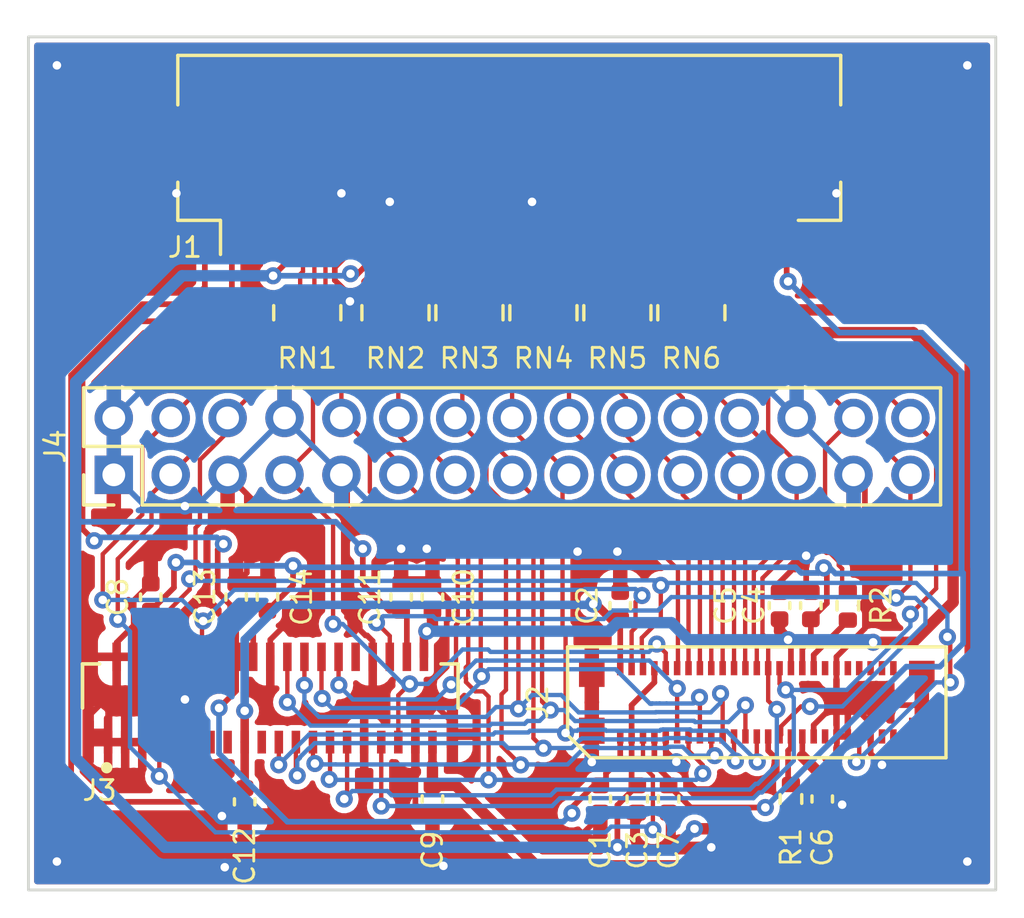
<source format=kicad_pcb>
(kicad_pcb (version 20211014) (generator pcbnew)
  (layers (0 "F.Cu" signal) (31 "B.Cu" signal) (34 "B.Paste" user) (35 "F.Paste" user) (36 "B.SilkS" user "B.Silkscreen") (37 "F.SilkS" user "F.Silkscreen") (38 "B.Mask" user) (39 "F.Mask" user) (44 "Edge.Cuts" user))
  (net 0 "")
  (net 1 "VGL")
  (net 2 "GND")
  (net 3 "VGH")
  (net 4 "VCOM")
  (net 5 "VPOS")
  (net 6 "VNEG")
  (net 7 "+3V3")
  (net 10 "Net-(J1-Pad6)")
  (net 11 "Net-(J1-Pad7)")
  (net 12 "Net-(J1-Pad8)")
  (net 13 "Net-(J1-Pad13)")
  (net 14 "Net-(J1-Pad14)")
  (net 15 "Net-(J1-Pad15)")
  (net 16 "Net-(J1-Pad16)")
  (net 17 "Net-(J1-Pad17)")
  (net 18 "Net-(J1-Pad18)")
  (net 19 "Net-(J1-Pad19)")
  (net 20 "Net-(J1-Pad20)")
  (net 21 "Net-(J1-Pad21)")
  (net 22 "Net-(J1-Pad23)")
  (net 23 "Net-(J1-Pad24)")
  (net 24 "Net-(J1-Pad25)")
  (net 25 "Net-(J1-Pad26)")
  (net 26 "Net-(J1-Pad27)")
  (net 27 "Net-(J1-Pad28)")
  (net 28 "Net-(J1-Pad29)")
  (net 29 "Net-(J1-Pad30)")
  (net 30 "Net-(J1-Pad31)")
  (net 31 "Net-(J1-Pad32)")
  (net 32 "Net-(J1-Pad33)")
  (net 37 "/GDOE")
  (net 38 "/GDCLK")
  (net 39 "/GDSP")
  (net 40 "/ESDCLK")
  (net 41 "/ED0")
  (net 42 "/ED8")
  (net 43 "/ED1")
  (net 44 "/ED9")
  (net 45 "/ED2")
  (net 46 "/ED10")
  (net 47 "/ED3")
  (net 48 "/ED11")
  (net 49 "/ED4")
  (net 50 "/ED12")
  (net 51 "/ED5")
  (net 52 "/ED13")
  (net 53 "/ED6")
  (net 54 "/ED14")
  (net 55 "/ED7")
  (net 56 "/ED15")
  (net 57 "/SDCE0")
  (net 58 "/ESDLE")
  (net 59 "/ESDOE")
  (net 60 "Net-(J2-Pad31)")
  (net 61 "Net-(J2-Pad36)")
  (footprint "Resistor_SMD:R_Array_Convex_4x0402" (layer "F.Cu") (at 167.1 82.7 -90)
    (fp_text reference "RN4")
    (fp_text value "33")
  )
  (footprint "Capacitor_SMD:C_0402_1005Metric" (layer "F.Cu") (at 153.3 92.7 90)
    (fp_text reference "C8")
    (fp_text value "220nF")
  )
  (footprint "Capacitor_SMD:C_0402_1005Metric" (layer "F.Cu") (at 157.4 92.7 90)
    (fp_text reference "C14")
    (fp_text value "220nF")
  )
  (footprint "Capacitor_SMD:C_0402_1005Metric" (layer "F.Cu") (at 176.9 99.8 -90)
    (fp_text reference "C6")
    (fp_text value "220nF")
  )
  (footprint "Capacitor_SMD:C_0402_1005Metric" (layer "F.Cu") (at 171.5 99.8 -90)
    (fp_text reference "C7")
    (fp_text value "220nF")
  )
  (footprint "Capacitor_SMD:C_0402_1005Metric" (layer "F.Cu") (at 163.2 99.8 -90)
    (fp_text reference "C9")
    (fp_text value "220nF")
  )
  (footprint "footprints:AXE550127" (layer "F.Cu") (at 174.6 96.4)
    (fp_text reference "J2")
    (fp_text value "AXE550127")
  )
  (footprint "Connector_PinHeader_2.00mm:PinHeader_2x15_P2.00mm_Vertical" (layer "F.Cu") (at 152 88.4 90)
    (fp_text reference "J4")
    (fp_text value "Conn_02x15_Odd_Even")
  )
  (footprint "Resistor_SMD:R_Array_Convex_4x0402" (layer "F.Cu") (at 172.3 82.7 -90)
    (fp_text reference "RN6")
    (fp_text value "33")
  )
  (footprint "footprints:Hirose_FH12-40S-0.5SH_1x40-1MP_P0.50mm_Horizontal_Reversed" (layer "F.Cu") (at 165.9 78.15 180)
    (fp_text reference "J1")
    (fp_text value "FH12-40S-0.5SH")
  )
  (footprint "Capacitor_SMD:C_0402_1005Metric" (layer "F.Cu") (at 176.5 93 90)
    (fp_text reference "C4")
    (fp_text value "220nF")
  )
  (footprint "Resistor_SMD:R_Array_Convex_4x0402" (layer "F.Cu") (at 158.8 82.7 -90)
    (fp_text reference "RN1")
    (fp_text value "33")
  )
  (footprint "Resistor_SMD:R_Array_Convex_4x0402" (layer "F.Cu") (at 164.5 82.7 -90)
    (fp_text reference "RN3")
    (fp_text value "33")
  )
  (footprint "Resistor_SMD:R_0402_1005Metric" (layer "F.Cu") (at 177.8 93 -90)
    (fp_text reference "R2")
    (fp_text value "0R")
  )
  (footprint "Capacitor_SMD:C_0402_1005Metric" (layer "F.Cu") (at 156.3 92.7 90)
    (fp_text reference "C13")
    (fp_text value "220nF")
  )
  (footprint "Resistor_SMD:R_0402_1005Metric" (layer "F.Cu") (at 175.8 99.8 90)
    (fp_text reference "R1")
    (fp_text value "10K")
  )
  (footprint "Capacitor_SMD:C_0402_1005Metric" (layer "F.Cu") (at 169.1 99.8 -90)
    (fp_text reference "C1")
    (fp_text value "220nF")
  )
  (footprint "Resistor_SMD:R_Array_Convex_4x0402" (layer "F.Cu") (at 161.9 82.7 -90)
    (fp_text reference "RN2")
    (fp_text value "33")
  )
  (footprint "Resistor_SMD:R_Array_Convex_4x0402" (layer "F.Cu") (at 169.7 82.7 -90)
    (fp_text reference "RN5")
    (fp_text value "33")
  )
  (footprint "Capacitor_SMD:C_0402_1005Metric" (layer "F.Cu") (at 169.8 93 90)
    (fp_text reference "C2")
    (fp_text value "220nF")
  )
  (footprint "Capacitor_SMD:C_0402_1005Metric" (layer "F.Cu") (at 175.4 93 90)
    (fp_text reference "C5")
    (fp_text value "220nF")
  )
  (footprint "Capacitor_SMD:C_0402_1005Metric" (layer "F.Cu") (at 156.6 99.9 -90)
    (fp_text reference "C12")
    (fp_text value "220nF")
  )
  (footprint "Capacitor_SMD:C_0402_1005Metric" (layer "F.Cu") (at 162.1 92.7 90)
    (fp_text reference "C11")
    (fp_text value "220nF")
  )
  (footprint "footprints:FCI_10064555-392120HLF" (layer "F.Cu") (at 157.5 96.4)
    (fp_text reference "J3")
    (fp_text value "10064555-392120HLF")
  )
  (footprint "Capacitor_SMD:C_0402_1005Metric" (layer "F.Cu") (at 170.4 99.8 -90)
    (fp_text reference "C3")
    (fp_text value "220nF")
  )
  (footprint "Capacitor_SMD:C_0402_1005Metric" (layer "F.Cu") (at 163.2 92.7 90)
    (fp_text reference "C10")
    (fp_text value "220nF")
  )
  (gr_rect (start 149 73) (end 183 103) (layer "Edge.Cuts") (width 0.1) (fill none))
  (segment (start 169.8 98.4) (end 169.8 97.6) (width 0.2) (layer "F.Cu") (net 1))
  (segment (start 169.3 99.32) (end 169.3 98.9) (width 0.2) (layer "F.Cu") (net 1))
  (segment (start 156.3 94.8) (end 156.3 93.18) (width 0.2) (layer "F.Cu") (net 1))
  (segment (start 156.3 93.18) (end 155.651911 92.531911) (width 0.2) (layer "F.Cu") (net 1))
  (segment (start 156.15 80.05) (end 156.15 82.15) (width 0.2) (layer "F.Cu") (net 1))
  (segment (start 156.3 94.8) (end 156.3 96) (width 0.2) (layer "F.Cu") (net 1))
  (segment (start 155.3 83) (end 152.9 83) (width 0.2) (layer "F.Cu") (net 1))
  (segment (start 156.3 96) (end 155.7 96.6) (width 0.2) (layer "F.Cu") (net 1))
  (segment (start 155.651911 91.032084) (end 155.8519 90.832095) (width 0.2) (layer "F.Cu") (net 1))
  (segment (start 168.1 100.3) (end 168.1 100.1) (width 0.2) (layer "F.Cu") (net 1))
  (segment (start 152.9 83) (end 150.9 85) (width 0.2) (layer "F.Cu") (net 1))
  (segment (start 150.9 85) (end 150.9 90.307574) (width 0.2) (layer "F.Cu") (net 1))
  (segment (start 155.651911 92.531911) (end 155.651911 91.032084) (width 0.2) (layer "F.Cu") (net 1))
  (segment (start 168.88 99.32) (end 169.3 99.32) (width 0.2) (layer "F.Cu") (net 1))
  (segment (start 150.9 90.307574) (end 151.31093 90.718504) (width 0.2) (layer "F.Cu") (net 1))
  (segment (start 168.1 100.1) (end 168.88 99.32) (width 0.2) (layer "F.Cu") (net 1))
  (segment (start 169.3 98.9) (end 169.8 98.4) (width 0.2) (layer "F.Cu") (net 1))
  (segment (start 156.15 82.15) (end 155.3 83) (width 0.2) (layer "F.Cu") (net 1))
  (via (at 155.7 96.6) (size 0.6) (drill 0.3) (layers "F.Cu" "B.Cu") (net 1))
  (via (at 168.1 100.3) (size 0.6) (drill 0.3) (layers "F.Cu" "B.Cu") (net 1))
  (via (at 151.31093 90.718504) (size 0.6) (drill 0.3) (layers "F.Cu" "B.Cu") (net 1))
  (via (at 155.8519 90.832095) (size 0.6) (drill 0.3) (layers "F.Cu" "B.Cu") (net 1))
  (segment (start 167.8 100.6) (end 168.1 100.3) (width 0.2) (layer "B.Cu") (net 1))
  (segment (start 155.619805 90.6) (end 155.8519 90.832095) (width 0.2) (layer "B.Cu") (net 1))
  (segment (start 151.429434 90.6) (end 155.619805 90.6) (width 0.2) (layer "B.Cu") (net 1))
  (segment (start 151.31093 90.718504) (end 151.429434 90.6) (width 0.2) (layer "B.Cu") (net 1))
  (segment (start 155.7 98.2) (end 157.2 99.7) (width 0.2) (layer "B.Cu") (net 1))
  (segment (start 157.2 99.7) (end 158.1 100.6) (width 0.2) (layer "B.Cu") (net 1))
  (segment (start 158.1 100.6) (end 164.6 100.6) (width 0.2) (layer "B.Cu") (net 1))
  (segment (start 155.7 96.6) (end 155.7 98.2) (width 0.2) (layer "B.Cu") (net 1))
  (segment (start 164.6 100.6) (end 167.8 100.6) (width 0.2) (layer "B.Cu") (net 1))
  (segment (start 163.2 101.6) (end 163.585471 101.985471) (width 0.2) (layer "F.Cu") (net 2))
  (segment (start 163.1 96.3) (end 163.9 97.1) (width 0.2) (layer "F.Cu") (net 2))
  (segment (start 170.396199 100.283801) (end 170.396199 101.296199) (width 0.2) (layer "F.Cu") (net 2))
  (segment (start 157.4 92.22) (end 157.4 89.9) (width 0.2) (layer "F.Cu") (net 2))
  (segment (start 152.7 96) (end 152.7 94.8) (width 0.2) (layer "F.Cu") (net 2))
  (segment (start 178.6 98.2) (end 179 98.6) (width 0.2) (layer "F.Cu") (net 2))
  (segment (start 177.4 94.8) (end 178.4 93.8) (width 0.2) (layer "F.Cu") (net 2))
  (segment (start 177.4 76.9) (end 177.55 76.75) (width 0.2) (layer "F.Cu") (net 2))
  (segment (start 160.8 81.7) (end 160.3 82.2) (width 0.2) (layer "F.Cu") (net 2))
  (segment (start 155.3 90.3) (end 156 89.6) (width 0.2) (layer "F.Cu") (net 2))
  (segment (start 160.848089 94.048089) (end 160.2 93.4) (width 0.2) (layer "F.Cu") (net 2))
  (segment (start 176.6 97.2) (end 177.4 96.4) (width 0.2) (layer "F.Cu") (net 2))
  (segment (start 160.3 82.2) (end 160.3 82.3) (width 0.2) (layer "F.Cu") (net 2))
  (segment (start 156.675 89.075) (end 156 88.4) (width 0.2) (layer "F.Cu") (net 2))
  (segment (start 156.675 91.845) (end 156.675 89.075) (width 0.2) (layer "F.Cu") (net 2))
  (segment (start 160.2 93.4) (end 160.2 88.6) (width 0.2) (layer "F.Cu") (net 2))
  (segment (start 159.767731 81.099658) (end 160.15 80.717389) (width 0.2) (layer "F.Cu") (net 2))
  (segment (start 163.2 100.28) (end 163.2 101.6) (width 0.2) (layer "F.Cu") (net 2))
  (segment (start 152.7 94.8) (end 152.7 93.7) (width 0.2) (layer "F.Cu") (net 2))
  (segment (start 167.1 100.7) (end 167.1 99.8) (width 0.2) (layer "F.Cu") (net 2))
  (segment (start 163.2 92.22) (end 163.2 91.2) (width 0.2) (layer "F.Cu") (net 2))
  (segment (start 158.9 91.4) (end 157.4 89.9) (width 0.2) (layer "F.Cu") (net 2))
  (segment (start 161.1 96.2) (end 161.1 94.8) (width 0.2) (layer "F.Cu") (net 2))
  (segment (start 152.4 96.3) (end 152.7 96) (width 0.2) (layer "F.Cu") (net 2))
  (segment (start 152.1 95.9) (end 152.1 94.8) (width 0.2) (layer "F.Cu") (net 2))
  (segment (start 169.7 91.1) (end 169.7 92.42) (width 0.2) (layer "F.Cu") (net 2))
  (segment (start 157.5 94.2) (end 158.9 92.8) (width 0.2) (layer "F.Cu") (net 2))
  (segment (start 157.5 94.8) (end 157.5 94.2) (width 0.2) (layer "F.Cu") (net 2))
  (segment (start 177.4 96.2) (end 177.4 95.2) (width 0.2) (layer "F.Cu") (net 2))
  (segment (start 154.25 78.45) (end 154.2 78.5) (width 0.2) (layer "F.Cu") (net 2))
  (segment (start 153.3 92.22) (end 153.3 90.7) (width 0.2) (layer "F.Cu") (net 2))
  (segment (start 163.2 91.2) (end 163 91) (width 0.2) (layer "F.Cu") (net 2))
  (segment (start 176.9 100.28) (end 177.32 100.28) (width 0.2) (layer "F.Cu") (net 2))
  (segment (start 160 78.5) (end 160.15 78.65) (width 0.2) (layer "F.Cu") (net 2))
  (segment (start 178.6 97.6) (end 178.6 98.2) (width 0.2) (layer "F.Cu") (net 2))
  (segment (start 163.585471 101.985471) (end 163.585471 102.1519) (width 0.2) (layer "F.Cu") (net 2))
  (segment (start 161.1 94.8) (end 161.1 94.246178) (width 0.2) (layer "F.Cu") (net 2))
  (segment (start 160.3 82.3) (end 160.3 82.089139) (width 0.2) (layer "F.Cu") (net 2))
  (segment (start 175.4 92.52) (end 175.4 92.179281) (width 0.2) (layer "F.Cu") (net 2))
  (segment (start 151.1 97.525) (end 151.1 96.9) (width 0.2) (layer "F.Cu") (net 2))
  (segment (start 162.6 97.8) (end 162.6 96.8) (width 0.2) (layer "F.Cu") (net 2))
  (segment (start 177.8 96.6) (end 177.4 96.2) (width 0.2) (layer "F.Cu") (net 2))
  (segment (start 158.9 92.8) (end 158.9 91.4) (width 0.2) (layer "F.Cu") (net 2))
  (segment (start 172.06192 98.780297) (end 171.772447 98.490824) (width 0.2) (layer "F.Cu") (net 2))
  (segment (start 156.6 100.38) (end 155.82 100.38) (width 0.2) (layer "F.Cu") (net 2))
  (segment (start 163.2 92.22) (end 162.1 92.22) (width 0.2) (layer "F.Cu") (net 2))
  (segment (start 168.5 101) (end 167.4 101) (width 0.2) (layer "F.Cu") (net 2))
  (segment (start 166.65 78.85) (end 166.7 78.8) (width 0.2) (layer "F.Cu") (net 2))
  (segment (start 177.4 78.5) (end 177.4 76.9) (width 0.2) (layer "F.Cu") (net 2))
  (segment (start 178.6 97.131178) (end 178.068822 96.6) (width 0.2) (layer "F.Cu") (net 2))
  (segment (start 151.8 96.2) (end 152.1 95.9) (width 0.2) (layer "F.Cu") (net 2))
  (segment (start 152.1 94.3) (end 152.7 93.7) (width 0.2) (layer "F.Cu") (net 2))
  (segment (start 171.4 97.6) (end 171.4 98.118377) (width 0.2) (layer "F.Cu") (net 2))
  (segment (start 172.9 101.4) (end 173 101.5) (width 0.2) (layer "F.Cu") (net 2))
  (segment (start 152.4 97.8) (end 152.4 96.3) (width 0.2) (layer "F.Cu") (net 2))
  (segment (start 161.1 94.246178) (end 160.901911 94.048089) (width 0.2) (layer "F.Cu") (net 2))
  (segment (start 170.6 101.5) (end 171.4 101.5) (width 0.2) (layer "F.Cu") (net 2))
  (segment (start 163.1 95.753822) (end 163.7 95.153822) (width 0.2) (layer "F.Cu") (net 2))
  (segment (start 152.7 93.7) (end 152.7 92.82) (width 0.2) (layer "F.Cu") (net 2))
  (segment (start 176.5 92.52) (end 176.335016 92.355016) (width 0.2) (layer "F.Cu") (net 2))
  (segment (start 163.76192 93.482338) (end 163.76192 92.78192) (width 0.2) (layer "F.Cu") (net 2))
  (segment (start 177.32 100.28) (end 177.6 100) (width 0.2) (layer "F.Cu") (net 2))
  (segment (start 160.8 97.8) (end 160.8 96.5) (width 0.2) (layer "F.Cu") (net 2))
  (segment (start 178.6 97.6) (end 178.6 97.131178) (width 0.2) (layer "F.Cu") (net 2))
  (segment (start 151.1 96.9) (end 151.8 96.2) (width 0.2) (layer "F.Cu") (net 2))
  (segment (start 156.3 92.22) (end 156.675 91.845) (width 0.2) (layer "F.Cu") (net 2))
  (segment (start 174.648099 99.451901) (end 172.451901 99.451901) (width 0.2) (layer "F.Cu") (net 2))
  (segment (start 177.4 97.6) (end 177.4 96.4) (width 0.2) (layer "F.Cu") (net 2))
  (segment (start 175.3 98.8) (end 174.648099 99.451901) (width 0.2) (layer "F.Cu") (net 2))
  (segment (start 178.168822 96.5) (end 178.068822 96.6) (width 0.2) (layer "F.Cu") (net 2))
  (segment (start 154.5 94.8) (end 154.5 93.4) (width 0.2) (layer "F.Cu") (net 2))
  (segment (start 163.76192 92.78192) (end 163.2 92.22) (width 0.2) (layer "F.Cu") (net 2))
  (segment (start 172.451901 99.451901) (end 172.06192 99.06192) (width 0.2) (layer "F.Cu") (net 2))
  (segment (start 163.7 93.544258) (end 163.76192 93.482338) (width 0.2) (layer "F.Cu") (net 2))
  (segment (start 155.3 92.6) (end 155.3 90.3) (width 0.2) (layer "F.Cu") (net 2))
  (segment (start 175 97.6) (end 175 98.1) (width 0.2) (layer "F.Cu") (net 2))
  (segment (start 170.4 100.28) (end 170.396199 100.283801) (width 0.2) (layer "F.Cu") (net 2))
  (segment (start 154.2 96.6) (end 154.5 96.3) (width 0.2) (layer "F.Cu") (net 2))
  (segment (start 154.8 97.8) (end 154.8 96.6) (width 0.2) (layer "F.Cu") (net 2))
  (segment (start 155.9 102.2) (end 155.9 100.5) (width 0.2) (layer "F.Cu") (net 2))
  (segment (start 154.5 93.4) (end 155.3 92.6) (width 0.2) (layer "F.Cu") (net 2))
  (segment (start 180.4 96.5) (end 178.168822 96.5) (width 0.2) (layer "F.Cu") (net 2))
  (segment (start 172.06192 99.06192) (end 172.06192 98.780297) (width 0.2) (layer "F.Cu") (net 2))
  (segment (start 166.65 80.05) (end 166.65 78.85) (width 0.2) (layer "F.Cu") (net 2))
  (segment (start 153 97.8) (end 153 96.3) (width 0.2) (layer "F.Cu") (net 2))
  (segment (start 153.3 90.7) (end 154.5 89.5) (width 0.2) (layer "F.Cu") (net 2))
  (segment (start 154.5 94.8) (end 154.5 96.3) (width 0.2) (layer "F.Cu") (net 2))
  (segment (start 160.8 81.6) (end 160.8 81.7) (width 0.2) (layer "F.Cu") (net 2))
  (segment (start 152.7 92.82) (end 153.3 92.22) (width 0.2) (layer "F.Cu") (net 2))
  (segment (start 177.8 97.6) (end 177.8 96.6) (width 0.2) (layer "F.Cu") (net 2))
  (segment (start 159.767731 81.55687) (end 159.767731 81.099658) (width 0.2) (layer "F.Cu") (net 2))
  (segment (start 160.901911 94.048089) (end 160.848089 94.048089) (width 0.2) (layer "F.Cu") (net 2))
  (segment (start 154.25 76.75) (end 154.25 78.45) (width 0.2) (layer "F.Cu") (net 2))
  (segment (start 153 96.3) (end 152.7 96) (width 0.2) (layer "F.Cu") (net 2))
  (segment (start 171.4 98.118377) (end 171.772447 98.490824) (width 0.2) (layer "F.Cu") (net 2))
  (segment (start 171.5 101.4) (end 172.9 101.4) (width 0.2) (layer "F.Cu") (net 2))
  (segment (start 162.6 97.8) (end 162.6 100) (width 0.2) (layer "F.Cu") (net 2))
  (segment (start 168.8 95.4) (end 168.8 94.3) (width 0.2) (layer "F.Cu") (net 2))
  (segment (start 155.9 100.5) (end 155.8 100.4) (width 0.2) (layer "F.Cu") (net 2))
  (segment (start 163.7 95.153822) (end 163.7 93.544258) (width 0.2) (layer "F.Cu") (net 2))
  (segment (start 167.4 101) (end 167.1 100.7) (width 0.2) (layer "F.Cu") (net 2))
  (segment (start 160.3 82.089139) (end 159.767731 81.55687) (width 0.2) (layer "F.Cu") (net 2))
  (segment (start 168.8 94.3) (end 168.3 93.8) (width 0.2) (layer "F.Cu") (net 2))
  (segment (start 154.8 96.6) (end 154.5 96.3) (width 0.2) (layer "F.Cu") (net 2))
  (segment (start 161.7 78.8) (end 161.7 80) (width 0.2) (layer "F.Cu") (net 2))
  (segment (start 168.8 98.5) (end 168.8 97.4) (width 0.2) (layer "F.Cu") (net 2))
  (segment (start 175.4 92.179281) (end 176.335016 91.244265) (width 0.2) (layer "F.Cu") (net 2))
  (segment (start 161.65 80.05) (end 161.65 80.75) (width 0.2) (layer "F.Cu") (net 2))
  (segment (start 168.3 93.8) (end 168.3 91.1) (width 0.2) (layer "F.Cu") (net 2))
  (segment (start 180.4 97.4) (end 180.4 96.5) (width 0.2) (layer "F.Cu") (net 2))
  (segment (start 162.88 100.28) (end 163.2 100.28) (width 0.2) (layer "F.Cu") (net 2))
  (segment (start 177.4 96.4) (end 177.4 96.2) (width 0.2) (layer "F.Cu") (net 2))
  (segment (start 171.4 101.5) (end 171.5 101.4) (width 0.2) (layer "F.Cu") (net 2))
  (segment (start 168.4 98.5) (end 168.8 98.5) (width 0.2) (layer "F.Cu") (net 2))
  (segment (start 176.6 97.6) (end 176.6 97.2) (width 0.2) (layer "F.Cu") (net 2))
  (segment (start 178.4 88.8) (end 178 88.4) (width 0.2) (layer "F.Cu") (net 2))
  (segment (start 178.4 93.8) (end 178.4 88.8) (width 0.2) (layer "F.Cu") (net 2))
  (segment (start 178.068822 96.6) (end 177.8 96.6) (width 0.2) (layer "F.Cu") (net 2))
  (segment (start 162.6 100) (end 162.88 100.28) (width 0.2) (layer "F.Cu") (net 2))
  (segment (start 170.396199 101.296199) (end 170.6 101.5) (width 0.2) (layer "F.Cu") (net 2))
  (segment (start 163.1 96.3) (end 163.1 95.753822) (width 0.2) (layer "F.Cu") (net 2))
  (segment (start 180.4 96.5) (end 180.4 95.4) (width 0.2) (layer "F.Cu") (net 2))
  (segment (start 157.4 89.8) (end 156 88.4) (width 0.2) (layer "F.Cu") (net 2))
  (segment (start 162.6 96.8) (end 163.1 96.3) (width 0.2) (layer "F.Cu") (net 2))
  (segment (start 175.3 98.4) (end 175.3 98.8) (width 0.2) (layer "F.Cu") (net 2))
  (segment (start 155.82 100.38) (end 155.8 100.4) (width 0.2) (layer "F.Cu") (net 2))
  (segment (start 168.8 97.4) (end 168.8 95.4) (width 0.2) (layer "F.Cu") (net 2))
  (segment (start 169.7 92.42) (end 169.8 92.52) (width 0.2) (layer "F.Cu") (net 2))
  (segment (start 161.65 80.75) (end 160.8 81.6) (width 0.2) (layer "F.Cu") (net 2))
  (segment (start 157.4 89.9) (end 157.4 89.8) (width 0.2) (layer "F.Cu") (net 2))
  (segment (start 151.8 97.8) (end 151.8 96.2) (width 0.2) (layer "F.Cu") (net 2))
  (segment (start 175 98.1) (end 175.3 98.4) (width 0.2) (layer "F.Cu") (net 2))
  (segment (start 163.9 97.1) (end 163.9 97.525) (width 0.2) (layer "F.Cu") (net 2))
  (segment (start 154.2 97.8) (end 154.2 96.6) (width 0.2) (layer "F.Cu") (net 2))
  (segment (start 160.2 88.6) (end 160 88.4) (width 0.2) (layer "F.Cu") (net 2))
  (segment (start 160.15 80.717389) (end 160.15 80.05) (width 0.2) (layer "F.Cu") (net 2))
  (segment (start 169.1 100.4) (end 168.5 101) (width 0.2) (layer "F.Cu") (net 2))
  (segment (start 177.4 95.2) (end 177.4 94.8) (width 0.2) (layer "F.Cu") (net 2))
  (segment (start 160.15 78.65) (end 160.15 80.05) (width 0.2) (layer "F.Cu") (net 2))
  (segment (start 161.7 80) (end 161.65 80.05) (width 0.2) (layer "F.Cu") (net 2))
  (segment (start 152.1 94.8) (end 152.1 94.3) (width 0.2) (layer "F.Cu") (net 2))
  (segment (start 156 89.6) (end 156 88.4) (width 0.2) (layer "F.Cu") (net 2))
  (segment (start 176.335016 92.355016) (end 176.335016 91.244265) (width 0.2) (layer "F.Cu") (net 2))
  (segment (start 169.1 100.28) (end 169.1 100.4) (width 0.2) (layer "F.Cu") (net 2))
  (segment (start 167.1 99.8) (end 168.4 98.5) (width 0.2) (layer "F.Cu") (net 2))
  (segment (start 171.5 101.4) (end 171.5 100.28) (width 0.2) (layer "F.Cu") (net 2))
  (segment (start 160.8 96.5) (end 161.1 96.2) (width 0.2) (layer "F.Cu") (net 2))
  (segment (start 162.1 92.22) (end 162.1 91) (width 0.2) (layer "F.Cu") (net 2))
  (via (at 160.3 82.3) (size 0.6) (drill 0.3) (layers "F.Cu" "B.Cu") (net 2))
  (via (at 154.5 96.3) (size 0.6) (drill 0.3) (layers "F.Cu" "B.Cu") (net 2))
  (via (at 168.3 91.1) (size 0.6) (drill 0.3) (layers "F.Cu" "B.Cu") (net 2))
  (via (at 166.7 78.8) (size 0.6) (drill 0.3) (layers "F.Cu" "B.Cu") (net 2))
  (via (at 169.7 91.1) (size 0.6) (drill 0.3) (layers "F.Cu" "B.Cu") (net 2))
  (via (at 150 102) (size 0.6) (drill 0.3) (layers "F.Cu" "B.Cu") (net 2))
  (via (at 163.585471 102.1519) (size 0.6) (drill 0.3) (layers "F.Cu" "B.Cu") (net 2))
  (via (at 150 74) (size 0.6) (drill 0.3) (layers "F.Cu" "B.Cu") (net 2))
  (via (at 154.5 89.5) (size 0.6) (drill 0.3) (layers "F.Cu" "B.Cu") (net 2))
  (via (at 162.1 91) (size 0.6) (drill 0.3) (layers "F.Cu" "B.Cu") (net 2))
  (via (at 176.335016 91.244265) (size 0.6) (drill 0.3) (layers "F.Cu" "B.Cu") (net 2))
  (via (at 177.4 78.5) (size 0.6) (drill 0.3) (layers "F.Cu" "B.Cu") (net 2))
  (via (at 155.8 100.4) (size 0.6) (drill 0.3) (layers "F.Cu" "B.Cu") (net 2))
  (via (at 168.8 98.5) (size 0.6) (drill 0.3) (layers "F.Cu" "B.Cu") (net 2))
  (via (at 182 74) (size 0.6) (drill 0.3) (layers "F.Cu" "B.Cu") (net 2))
  (via (at 160 78.5) (size 0.6) (drill 0.3) (layers "F.Cu" "B.Cu") (net 2))
  (via (at 155.9 102.2) (size 0.6) (drill 0.3) (layers "F.Cu" "B.Cu") (net 2))
  (via (at 154.2 78.5) (size 0.6) (drill 0.3) (layers "F.Cu" "B.Cu") (net 2))
  (via (at 177.6 100) (size 0.6) (drill 0.3) (layers "F.Cu" "B.Cu") (net 2))
  (via (at 163 91) (size 0.6) (drill 0.3) (layers "F.Cu" "B.Cu") (net 2))
  (via (at 179 98.6) (size 0.6) (drill 0.3) (layers "F.Cu" "B.Cu") (net 2))
  (via (at 173 101.5) (size 0.6) (drill 0.3) (layers "F.Cu" "B.Cu") (net 2))
  (via (at 171.772447 98.490824) (size 0.6) (drill 0.3) (layers "F.Cu" "B.Cu") (net 2))
  (via (at 161.7 78.8) (size 0.6) (drill 0.3) (layers "F.Cu" "B.Cu") (net 2))
  (via (at 182 102) (size 0.6) (drill 0.3) (layers "F.Cu" "B.Cu") (net 2))
  (segment (start 155.8 100.4) (end 154.5 99.1) (width 0.2) (layer "B.Cu") (net 2))
  (segment (start 176 86.4) (end 178 88.4) (width 0.2) (layer "B.Cu") (net 2))
  (segment (start 154.2 80.5) (end 150.2 84.5) (width 0.2) (layer "B.Cu") (net 2))
  (segment (start 173.6 84) (end 170.3 84) (width 0.2) (layer "B.Cu") (net 2))
  (segment (start 159.5 82.3) (end 160.3 82.3) (width 0.2) (layer "B.Cu") (net 2))
  (segment (start 153.6 102.2) (end 155.9 102.2) (width 0.2) (layer "B.Cu") (net 2))
  (segment (start 178 89.579281) (end 176.335016 91.244265) (width 0.2) (layer "B.Cu") (net 2))
  (segment (start 171.763271 98.5) (end 171.772447 98.490824) (width 0.2) (layer "B.Cu") (net 2))
  (segment (start 154.2 78.5) (end 160 78.5) (width 0.2) (layer "B.Cu") (net 2))
  (segment (start 182.203812 95.760207) (end 182.203812 83.303812) (width 0.2) (layer "B.Cu") (net 2))
  (segment (start 150.2 84.5) (end 150.2 98.8) (width 0.2) (layer "B.Cu") (net 2))
  (segment (start 156 88.4) (end 158 86.4) (width 0.2) (layer "B.Cu") (net 2))
  (segment (start 158 86.4) (end 158 84.6) (width 0.2) (layer "B.Cu") (net 2))
  (segment (start 163.1 91.1) (end 163 91) (width 0.2) (layer "B.Cu") (net 2))
  (segment (start 169.9 91.3) (end 176.279281 91.3) (width 0.2) (layer "B.Cu") (net 2))
  (segment (start 169.7 91.1) (end 169.9 91.3) (width 0.2) (layer "B.Cu") (net 2))
  (segment (start 154.5 89.5) (end 154.9 89.5) (width 0.2) (layer "B.Cu") (net 2))
  (segment (start 179 98.6) (end 179.364019 98.6) (width 0.2) (layer "B.Cu") (net 2))
  (segment (start 154.2 78.5) (end 154.2 80.5) (width 0.2) (layer "B.Cu") (net 2))
  (segment (start 150.2 98.8) (end 153.6 102.2) (width 0.2) (layer "B.Cu") (net 2))
  (segment (start 154.5 99.1) (end 154.5 96.3) (width 0.2) (layer "B.Cu") (net 2))
  (segment (start 178 88.4) (end 178 89.579281) (width 0.2) (layer "B.Cu") (net 2))
  (segment (start 160 88.4) (end 158 86.4) (width 0.2) (layer "B.Cu") (net 2))
  (segment (start 155.9481 102.1519) (end 155.9 102.2) (width 0.2) (layer "B.Cu") (net 2))
  (segment (start 162.1 91) (end 162.1 90.5) (width 0.2) (layer "B.Cu") (net 2))
  (segment (start 168.8 98.5) (end 171.763271 98.5) (width 0.2) (layer "B.Cu") (net 2))
  (segment (start 182.203812 83.303812) (end 177.4 78.5) (width 0.2) (layer "B.Cu") (net 2))
  (segment (start 161.4 78.5) (end 161.7 78.8) (width 0.2) (layer "B.Cu") (net 2))
  (segment (start 173 101.5) (end 176.1 101.5) (width 0.2) (layer "B.Cu") (net 2))
  (segment (start 154.9 89.5) (end 156 88.4) (width 0.2) (layer "B.Cu") (net 2))
  (segment (start 160 78.5) (end 161.4 78.5) (width 0.2) (layer "B.Cu") (net 2))
  (segment (start 179.364019 98.6) (end 182.203812 95.760207) (width 0.2) (layer "B.Cu") (net 2))
  (segment (start 177.6 100) (end 179 98.6) (width 0.2) (layer "B.Cu") (net 2))
  (segment (start 166.7 80.4) (end 166.7 78.8) (width 0.2) (layer "B.Cu") (net 2))
  (segment (start 176.279281 91.3) (end 176.335016 91.244265) (width 0.2) (layer "B.Cu") (net 2))
  (segment (start 156.1 82.3) (end 159.5 82.3) (width 0.2) (layer "B.Cu") (net 2))
  (segment (start 172.3481 102.1519) (end 163.585471 102.1519) (width 0.2) (layer "B.Cu") (net 2))
  (segment (start 163 91) (end 162.1 91) (width 0.2) (layer "B.Cu") (net 2))
  (segment (start 176.1 101.5) (end 177.6 100) (width 0.2) (layer "B.Cu") (net 2))
  (segment (start 169.7 91.1) (end 163.1 91.1) (width 0.2) (layer "B.Cu") (net 2))
  (segment (start 162.1 90.5) (end 160 88.4) (width 0.2) (layer "B.Cu") (net 2))
  (segment (start 158 84.6) (end 160.3 82.3) (width 0.2) (layer "B.Cu") (net 2))
  (segment (start 154.5 89.5) (end 153.1 89.5) (width 0.2) (layer "B.Cu") (net 2))
  (segment (start 170.3 84) (end 166.7 80.4) (width 0.2) (layer "B.Cu") (net 2))
  (segment (start 152 88.4) (end 152 86.4) (width 0.2) (layer "B.Cu") (net 2))
  (segment (start 163.585471 102.1519) (end 155.9481 102.1519) (width 0.2) (layer "B.Cu") (net 2))
  (segment (start 176 86.4) (end 173.6 84) (width 0.2) (layer "B.Cu") (net 2))
  (segment (start 152 86.4) (end 156.1 82.3) (width 0.2) (layer "B.Cu") (net 2))
  (segment (start 153.1 89.5) (end 152 88.4) (width 0.2) (layer "B.Cu") (net 2))
  (segment (start 173 101.5) (end 172.3481 102.1519) (width 0.2) (layer "B.Cu") (net 2))
  (segment (start 155.519493 99.9) (end 155.999493 99.42) (width 0.2) (layer "F.Cu") (net 3))
  (segment (start 155.999493 99.42) (end 156.6 99.42) (width 0.2) (layer "F.Cu") (net 3))
  (segment (start 156.6 99.42) (end 156.6 97.8) (width 0.3) (layer "F.Cu") (net 3))
  (segment (start 150.5 99) (end 151.4 99.9) (width 0.2) (layer "F.Cu") (net 3))
  (segment (start 168.943789 92.943789) (end 168.8519 92.943789) (width 0.3) (layer "F.Cu") (net 3))
  (segment (start 153 82.4) (end 150.5 84.9) (width 0.2) (layer "F.Cu") (net 3))
  (segment (start 156.8 78.7) (end 155.7 78.7) (width 0.2) (layer "F.Cu") (net 3))
  (segment (start 155.2 81.8) (end 154.6 82.4) (width 0.2) (layer "F.Cu") (net 3))
  (segment (start 150.5 84.9) (end 150.5 99) (width 0.2) (layer "F.Cu") (net 3))
  (segment (start 154.6 82.4) (end 153 82.4) (width 0.2) (layer "F.Cu") (net 3))
  (segment (start 157.15 80.05) (end 157.15 79.05) (width 0.2) (layer "F.Cu") (net 3))
  (segment (start 169.8 93.48) (end 169.48 93.48) (width 0.3) (layer "F.Cu") (net 3))
  (segment (start 169.8 95.2) (end 169.8 93.48) (width 0.2) (layer "F.Cu") (net 3))
  (segment (start 151.4 99.9) (end 155.519493 99.9) (width 0.2) (layer "F.Cu") (net 3))
  (segment (start 155.2 79.2) (end 155.2 81.8) (width 0.2) (layer "F.Cu") (net 3))
  (segment (start 155.7 78.7) (end 155.2 79.2) (width 0.2) (layer "F.Cu") (net 3))
  (segment (start 156.6 97.8) (end 156.6 96.7) (width 0.3) (layer "F.Cu") (net 3))
  (segment (start 169.48 93.48) (end 168.943789 92.943789) (width 0.3) (layer "F.Cu") (net 3))
  (segment (start 157.15 79.05) (end 156.8 78.7) (width 0.2) (layer "F.Cu") (net 3))
  (via (at 156.6 96.7) (size 0.6) (drill 0.3) (layers "F.Cu" "B.Cu") (net 3))
  (via (at 168.8519 92.943789) (size 0.6) (drill 0.3) (layers "F.Cu" "B.Cu") (net 3))
  (segment (start 168.822685 92.973004) (end 168.8519 92.943789) (width 0.3) (layer "B.Cu") (net 3))
  (segment (start 157.826996 92.973004) (end 168.822685 92.973004) (width 0.3) (layer "B.Cu") (net 3))
  (segment (start 156.6 94.2) (end 157.826996 92.973004) (width 0.3) (layer "B.Cu") (net 3))
  (segment (start 156.6 96.7) (end 156.6 94.2) (width 0.3) (layer "B.Cu") (net 3))
  (segment (start 156.9 93.9) (end 156.9 94.8) (width 0.2) (layer "F.Cu") (net 4))
  (segment (start 154.1142 91.553184) (end 154.185187 91.482197) (width 0.2) (layer "F.Cu") (net 4))
  (segment (start 171.5 99.32) (end 172.28 100.1) (width 0.2) (layer "F.Cu") (net 4))
  (segment (start 176.2 94.5) (end 176.2 95.2) (width 0.2) (layer "F.Cu") (net 4))
  (segment (start 153.3 93.18) (end 154.1142 92.3658) (width 0.2) (layer "F.Cu") (net 4))
  (segment (start 161.151901 78.248099) (end 175.048099 78.248099) (width 0.2) (layer "F.Cu") (net 4))
  (segment (start 158.3 91.6) (end 158.3 92.28) (width 0.2) (layer "F.Cu") (net 4))
  (segment (start 177.06192 92.91808) (end 177.06192 91.780349) (width 0.2) (layer "F.Cu") (net 4))
  (segment (start 154.1142 92.3658) (end 154.1142 91.553184) (width 0.2) (layer "F.Cu") (net 4))
  (segment (start 160.65 80.05) (end 160.65 78.75) (width 0.2) (layer "F.Cu") (net 4))
  (segment (start 153.3 93.18) (end 153.3 94.8) (width 0.2) (layer "F.Cu") (net 4))
  (segment (start 175.65 80.05) (end 175.65 81.55) (width 0.2) (layer "F.Cu") (net 4))
  (segment (start 157.4 93.18) (end 157.4 93.4) (width 0.2) (layer "F.Cu") (net 4))
  (segment (start 160.65 78.75) (end 161.151901 78.248099) (width 0.2) (layer "F.Cu") (net 4))
  (segment (start 175.048099 78.248099) (end 175.65 78.85) (width 0.2) (layer "F.Cu") (net 4))
  (segment (start 171 98.580507) (end 171 97.6) (width 0.2) (layer "F.Cu") (net 4))
  (segment (start 171.5 99.32) (end 171.5 99.080507) (width 0.2) (layer "F.Cu") (net 4))
  (segment (start 175.65 81.55) (end 175.7 81.6) (width 0.2) (layer "F.Cu") (net 4))
  (segment (start 176.5 93.48) (end 176.5 94.2) (width 0.2) (layer "F.Cu") (net 4))
  (segment (start 176.5 93.48) (end 177.06192 92.91808) (width 0.2) (layer "F.Cu") (net 4))
  (segment (start 171.5 99.080507) (end 171 98.580507) (width 0.2) (layer "F.Cu") (net 4))
  (segment (start 157.4 93.4) (end 156.9 93.9) (width 0.2) (layer "F.Cu") (net 4))
  (segment (start 158.3 92.28) (end 157.4 93.18) (width 0.2) (layer "F.Cu") (net 4))
  (segment (start 177.06192 91.780349) (end 176.953471 91.6719) (width 0.2) (layer "F.Cu") (net 4))
  (segment (start 172.28 100.1) (end 174.9 100.1) (width 0.2) (layer "F.Cu") (net 4))
  (segment (start 175.65 78.85) (end 175.65 80.05) (width 0.2) (layer "F.Cu") (net 4))
  (segment (start 176.5 94.2) (end 176.2 94.5) (width 0.2) (layer "F.Cu") (net 4))
  (via (at 175.7 81.6) (size 0.6) (drill 0.3) (layers "F.Cu" "B.Cu") (net 4))
  (via (at 174.9 100.1) (size 0.6) (drill 0.3) (layers "F.Cu" "B.Cu") (net 4))
  (via (at 154.185187 91.482197) (size 0.6) (drill 0.3) (layers "F.Cu" "B.Cu") (net 4))
  (via (at 158.3 91.6) (size 0.6) (drill 0.3) (layers "F.Cu" "B.Cu") (net 4))
  (via (at 176.953471 91.6719) (size 0.6) (drill 0.3) (layers "F.Cu" "B.Cu") (net 4))
  (segment (start 177.5 83.4) (end 180.4 83.4) (width 0.2) (layer "B.Cu") (net 4))
  (segment (start 174.9 100.1) (end 179.851901 95.148099) (width 0.2) (layer "B.Cu") (net 4))
  (segment (start 181.728111 91.871889) (end 177.364091 91.871889) (width 0.2) (layer "B.Cu") (net 4))
  (segment (start 177.164102 91.6719) (end 176.953471 91.6719) (width 0.2) (layer "B.Cu") (net 4))
  (segment (start 176.171394 91.851901) (end 176.77347 91.851901) (width 0.2) (layer "B.Cu") (net 4))
  (segment (start 176.77347 91.851901) (end 176.953471 91.6719) (width 0.2) (layer "B.Cu") (net 4))
  (segment (start 180.4 83.4) (end 181.8 84.8) (width 0.2) (layer "B.Cu") (net 4))
  (segment (start 175.7 81.6) (end 177.5 83.4) (width 0.2) (layer "B.Cu") (net 4))
  (segment (start 158.351901 91.651901) (end 175.962958 91.651901) (width 0.2) (layer "B.Cu") (net 4))
  (segment (start 181.851901 94.328606) (end 181.851901 91.851901) (width 0.2) (layer "B.Cu") (net 4))
  (segment (start 176.132646 91.821589) (end 176.141082 91.821589) (width 0.2) (layer "B.Cu") (net 4))
  (segment (start 158.3 91.6) (end 158.351901 91.651901) (width 0.2) (layer "B.Cu") (net 4))
  (segment (start 155.037378 91.6) (end 154.919575 91.482197) (width 0.2) (layer "B.Cu") (net 4))
  (segment (start 176.141082 91.821589) (end 176.171394 91.851901) (width 0.2) (layer "B.Cu") (net 4))
  (segment (start 177.364091 91.871889) (end 177.164102 91.6719) (width 0.2) (layer "B.Cu") (net 4))
  (segment (start 181.8 91.8) (end 181.728111 91.871889) (width 0.2) (layer "B.Cu") (net 4))
  (segment (start 175.962958 91.651901) (end 176.132646 91.821589) (width 0.2) (layer "B.Cu") (net 4))
  (segment (start 181.032408 95.148099) (end 181.851901 94.328606) (width 0.2) (layer "B.Cu") (net 4))
  (segment (start 181.8 84.8) (end 181.8 91.8) (width 0.2) (layer "B.Cu") (net 4))
  (segment (start 181.851901 91.851901) (end 181.8 91.8) (width 0.2) (layer "B.Cu") (net 4))
  (segment (start 154.919575 91.482197) (end 154.185187 91.482197) (width 0.2) (layer "B.Cu") (net 4))
  (segment (start 179.851901 95.148099) (end 181.032408 95.148099) (width 0.2) (layer "B.Cu") (net 4))
  (segment (start 158.3 91.6) (end 155.037378 91.6) (width 0.2) (layer "B.Cu") (net 4))
  (segment (start 174.8 83.4) (end 180.1 83.4) (width 0.4) (layer "F.Cu") (net 5))
  (segment (start 173.65 80.05) (end 173.65 81.35) (width 0.3) (layer "F.Cu") (net 5))
  (segment (start 181.5 92.878072) (end 180.087819 94.290253) (width 0.4) (layer "F.Cu") (net 5))
  (segment (start 175.4 93.48) (end 175.4 93.9) (width 0.4) (layer "F.Cu") (net 5))
  (segment (start 180.1 83.4) (end 181.5 84.8) (width 0.4) (layer "F.Cu") (net 5))
  (segment (start 174.1 82.6) (end 174.1 82.7) (width 0.3) (layer "F.Cu") (net 5))
  (segment (start 175.8 94.3) (end 175.7 94.2) (width 0.2) (layer "F.Cu") (net 5))
  (segment (start 162.9 94.8) (end 162.9 94) (width 0.3) (layer "F.Cu") (net 5))
  (segment (start 175.4 93.9) (end 175.7 94.2) (width 0.4) (layer "F.Cu") (net 5))
  (segment (start 174.1 82.7) (end 174.8 83.4) (width 0.3) (layer "F.Cu") (net 5))
  (segment (start 163.2 93.18) (end 163.2 93.7) (width 0.4) (layer "F.Cu") (net 5))
  (segment (start 174.1 81.8) (end 174.1 82.6) (width 0.3) (layer "F.Cu") (net 5))
  (segment (start 175.8 95.2) (end 175.8 94.3) (width 0.2) (layer "F.Cu") (net 5))
  (segment (start 173.65 81.35) (end 174 81.7) (width 0.3) (layer "F.Cu") (net 5))
  (segment (start 181.5 84.8) (end 181.5 92.878072) (width 0.4) (layer "F.Cu") (net 5))
  (segment (start 163.2 93.7) (end 163 93.9) (width 0.4) (layer "F.Cu") (net 5))
  (segment (start 180.087819 94.290253) (end 178.690253 94.290253) (width 0.4) (layer "F.Cu") (net 5))
  (segment (start 162.9 94) (end 163 93.9) (width 0.3) (layer "F.Cu") (net 5))
  (segment (start 174 81.7) (end 174.1 81.8) (width 0.3) (layer "F.Cu") (net 5))
  (via (at 178.690253 94.290253) (size 0.6) (drill 0.3) (layers "F.Cu" "B.Cu") (net 5))
  (via (at 175.7 94.2) (size 0.6) (drill 0.3) (layers "F.Cu" "B.Cu") (net 5))
  (via (at 163 93.9) (size 0.6) (drill 0.3) (layers "F.Cu" "B.Cu") (net 5))
  (segment (start 171.6 93.6) (end 169.7 93.6) (width 0.4) (layer "B.Cu") (net 5))
  (segment (start 178.6 94.2) (end 178.690253 94.290253) (width 0.4) (layer "B.Cu") (net 5))
  (segment (start 169.7 93.6) (end 169.5 93.8) (width 0.4) (layer "B.Cu") (net 5))
  (segment (start 175.7 94.2) (end 172.2 94.2) (width 0.4) (layer "B.Cu") (net 5))
  (segment (start 169.4 93.9) (end 163 93.9) (width 0.4) (layer "B.Cu") (net 5))
  (segment (start 169.5 93.8) (end 169.4 93.9) (width 0.4) (layer "B.Cu") (net 5))
  (segment (start 172.2 94.2) (end 171.6 93.6) (width 0.4) (layer "B.Cu") (net 5))
  (segment (start 175.7 94.2) (end 178.6 94.2) (width 0.4) (layer "B.Cu") (net 5))
  (segment (start 179.18 99.32) (end 176.9 99.32) (width 0.4) (layer "F.Cu") (net 6))
  (segment (start 174.8 81.4) (end 174.8 81.9) (width 0.3) (layer "F.Cu") (net 6))
  (segment (start 182.1 84.3) (end 182.1 97.6) (width 0.4) (layer "F.Cu") (net 6))
  (segment (start 163.2 99.32) (end 163.2 98.6) (width 0.4) (layer "F.Cu") (net 6))
  (segment (start 180.4 82.6) (end 182.1 84.3) (width 0.4) (layer "F.Cu") (net 6))
  (segment (start 176.9 99) (end 176.2 98.300002) (width 0.4) (layer "F.Cu") (net 6))
  (segment (start 176.2 97.6) (end 176.2 98.300002) (width 0.2) (layer "F.Cu") (net 6))
  (segment (start 164.02 99.32) (end 163.2 99.32) (width 0.4) (layer "F.Cu") (net 6))
  (segment (start 174.8 82.4) (end 175 82.6) (width 0.3) (layer "F.Cu") (net 6))
  (segment (start 176.370027 102.151901) (end 166.851901 102.151901) (width 0.4) (layer "F.Cu") (net 6))
  (segment (start 174.8 81.9) (end 174.8 82.4) (width 0.3) (layer "F.Cu") (net 6))
  (segment (start 174.65 80.05) (end 174.65 81.25) (width 0.3) (layer "F.Cu") (net 6))
  (segment (start 163.2 97.8) (end 163.2 98.6) (width 0.3) (layer "F.Cu") (net 6))
  (segment (start 175 82.6) (end 180.4 82.6) (width 0.4) (layer "F.Cu") (net 6))
  (segment (start 166.851901 102.151901) (end 164.02 99.32) (width 0.4) (layer "F.Cu") (net 6))
  (segment (start 179.18 99.32) (end 179.18 99.341928) (width 0.4) (layer "F.Cu") (net 6))
  (segment (start 179.18 99.341928) (end 176.370027 102.151901) (width 0.4) (layer "F.Cu") (net 6))
  (segment (start 182.1 97.6) (end 180.38 99.32) (width 0.4) (layer "F.Cu") (net 6))
  (segment (start 180.38 99.32) (end 179.18 99.32) (width 0.4) (layer "F.Cu") (net 6))
  (segment (start 176.9 99.32) (end 176.9 99) (width 0.4) (layer "F.Cu") (net 6))
  (segment (start 174.65 81.25) (end 174.8 81.4) (width 0.3) (layer "F.Cu") (net 6))
  (segment (start 161.15 80.05) (end 161.15 80.752322) (width 0.2) (layer "F.Cu") (net 7))
  (segment (start 158.15 80.85) (end 157.6 81.4) (width 0.2) (layer "F.Cu") (net 7))
  (segment (start 175.2619 100.8481) (end 172.410978 100.8481) (width 0.4) (layer "F.Cu") (net 7))
  (segment (start 175.8 100.31) (end 175.2619 100.8481) (width 0.4) (layer "F.Cu") (net 7))
  (segment (start 162.1 93.18) (end 161.68 93.18) (width 0.2) (layer "F.Cu") (net 7))
  (segment (start 161.68 93.18) (end 160.7519 92.2519) (width 0.2) (layer "F.Cu") (net 7))
  (segment (start 170.2 96.5) (end 171 95.7) (width 0.2) (layer "F.Cu") (net 7))
  (segment (start 162.3 93.38) (end 162.1 93.18) (width 0.2) (layer "F.Cu") (net 7))
  (segment (start 170.2 99.12) (end 170.4 99.32) (width 0.2) (layer "F.Cu") (net 7))
  (segment (start 158.15 80.05) (end 158.15 80.85) (width 0.2) (layer "F.Cu") (net 7))
  (segment (start 160.548089 81.354233) (end 160.345601 81.354233) (width 0.2) (layer "F.Cu") (net 7))
  (segment (start 161.15 80.752322) (end 160.548089 81.354233) (width 0.2) (layer "F.Cu") (net 7))
  (segment (start 171 95.7) (end 171 95.2) (width 0.2) (layer "F.Cu") (net 7))
  (segment (start 160.345601 81.354233) (end 160.319632 81.328264) (width 0.2) (layer "F.Cu") (net 7))
  (segment (start 170.2 97.6) (end 170.2 96.5) (width 0.2) (layer "F.Cu") (net 7))
  (segment (start 160.7519 92.2519) (end 160.7519 91) (width 0.2) (layer "F.Cu") (net 7))
  (segment (start 170.4 99.32) (end 169.7 100.02) (width 0.2) (layer "F.Cu") (net 7))
  (segment (start 162.3 94.8) (end 162.3 93.38) (width 0.2) (layer "F.Cu") (net 7))
  (segment (start 169.7 100.02) (end 169.7 101.5) (width 0.2) (layer "F.Cu") (net 7))
  (segment (start 170.2 97.6) (end 170.2 99.12) (width 0.2) (layer "F.Cu") (net 7))
  (via (at 169.7 101.5) (size 0.6) (drill 0.3) (layers "F.Cu" "B.Cu") (net 7))
  (via (at 172.410978 100.8481) (size 0.6) (drill 0.3) (layers "F.Cu" "B.Cu") (net 7))
  (via (at 160.319632 81.328264) (size 0.6) (drill 0.3) (layers "F.Cu" "B.Cu") (net 7))
  (via (at 157.6 81.4) (size 0.6) (drill 0.3) (layers "F.Cu" "B.Cu") (net 7))
  (via (at 160.7519 91) (size 0.6) (drill 0.3) (layers "F.Cu" "B.Cu") (net 7))
  (segment (start 157.6 81.4) (end 154.4 81.4) (width 0.4) (layer "B.Cu") (net 7))
  (segment (start 150.659029 85.140971) (end 150.659029 89.859029) (width 0.4) (layer "B.Cu") (net 7))
  (segment (start 150.659029 89.859029) (end 150.659029 98.359029) (width 0.4) (layer "B.Cu") (net 7))
  (segment (start 150.659029 98.359029) (end 153.8 101.5) (width 0.4) (layer "B.Cu") (net 7))
  (segment (start 153.8 101.5) (end 169.9 101.5) (width 0.4) (layer "B.Cu") (net 7))
  (segment (start 159.803801 90.051901) (end 160.7519 91) (width 0.2) (layer "B.Cu") (net 7))
  (segment (start 171.659078 101.6) (end 172.410978 100.8481) (width 0.4) (layer "B.Cu") (net 7))
  (segment (start 150.659029 89.859029) (end 150.851901 90.051901) (width 0.2) (layer "B.Cu") (net 7))
  (segment (start 150.851901 90.051901) (end 159.803801 90.051901) (width 0.2) (layer "B.Cu") (net 7))
  (segment (start 154.4 81.4) (end 150.659029 85.140971) (width 0.4) (layer "B.Cu") (net 7))
  (segment (start 169.9 101.5) (end 170 101.6) (width 0.4) (layer "B.Cu") (net 7))
  (segment (start 160.247896 81.4) (end 160.319632 81.328264) (width 0.2) (layer "B.Cu") (net 7))
  (segment (start 157.6 81.4) (end 160.247896 81.4) (width 0.2) (layer "B.Cu") (net 7))
  (segment (start 170 101.6) (end 171.659078 101.6) (width 0.4) (layer "B.Cu") (net 7))
  (segment (start 158.55 81.35) (end 158.55 82.2) (width 0.1524) (layer "F.Cu") (net 10))
  (segment (start 158.65 81.25) (end 158.55 81.35) (width 0.1524) (layer "F.Cu") (net 10))
  (segment (start 158.65 80.05) (end 158.65 81.25) (width 0.1524) (layer "F.Cu") (net 10))
  (segment (start 159.15 80.8524) (end 159.05 80.9524) (width 0.1524) (layer "F.Cu") (net 11))
  (segment (start 159.05 80.9524) (end 159.05 82.2) (width 0.1524) (layer "F.Cu") (net 11))
  (segment (start 159.15 80.05) (end 159.15 80.8524) (width 0.1524) (layer "F.Cu") (net 11))
  (segment (start 159.43962 80.96375) (end 159.43962 82.08962) (width 0.1524) (layer "F.Cu") (net 12))
  (segment (start 159.43962 82.08962) (end 159.55 82.2) (width 0.1524) (layer "F.Cu") (net 12))
  (segment (start 159.65 80.05) (end 159.65 80.75337) (width 0.1524) (layer "F.Cu") (net 12))
  (segment (start 159.65 80.75337) (end 159.43962 80.96375) (width 0.1524) (layer "F.Cu") (net 12))
  (segment (start 162.15 80.85) (end 161.15 81.85) (width 0.1524) (layer "F.Cu") (net 13))
  (segment (start 162.15 80.05) (end 162.15 80.85) (width 0.1524) (layer "F.Cu") (net 13))
  (segment (start 161.15 81.85) (end 161.15 82.2) (width 0.1524) (layer "F.Cu") (net 13))
  (segment (start 162.65 80.05) (end 162.65 80.85) (width 0.1524) (layer "F.Cu") (net 14))
  (segment (start 162.65 80.85) (end 161.65 81.85) (width 0.1524) (layer "F.Cu") (net 14))
  (segment (start 161.65 81.85) (end 161.65 82.2) (width 0.1524) (layer "F.Cu") (net 14))
  (segment (start 162.7 81.3) (end 162.15 81.85) (width 0.1524) (layer "F.Cu") (net 15))
  (segment (start 162.7024 81.3) (end 162.7 81.3) (width 0.1524) (layer "F.Cu") (net 15))
  (segment (start 163.15 80.8524) (end 162.7024 81.3) (width 0.1524) (layer "F.Cu") (net 15))
  (segment (start 162.15 81.85) (end 162.15 82.2) (width 0.1524) (layer "F.Cu") (net 15))
  (segment (start 163.15 80.05) (end 163.15 80.8524) (width 0.1524) (layer "F.Cu") (net 15))
  (segment (start 163.65 80.85) (end 162.65 81.85) (width 0.1524) (layer "F.Cu") (net 16))
  (segment (start 162.65 81.85) (end 162.65 82.2) (width 0.1524) (layer "F.Cu") (net 16))
  (segment (start 163.65 80.05) (end 163.65 80.85) (width 0.1524) (layer "F.Cu") (net 16))
  (segment (start 164.15 80.85) (end 163.75 81.25) (width 0.1524) (layer "F.Cu") (net 17))
  (segment (start 163.75 81.25) (end 163.75 82.2) (width 0.1524) (layer "F.Cu") (net 17))
  (segment (start 164.15 80.05) (end 164.15 80.85) (width 0.1524) (layer "F.Cu") (net 17))
  (segment (start 164.65 80.05) (end 164.65 80.85) (width 0.1524) (layer "F.Cu") (net 18))
  (segment (start 164.25 81.25) (end 164.25 82.2) (width 0.1524) (layer "F.Cu") (net 18))
  (segment (start 164.65 80.85) (end 164.25 81.25) (width 0.1524) (layer "F.Cu") (net 18))
  (segment (start 165.15 80.05) (end 165.15 80.95) (width 0.1524) (layer "F.Cu") (net 19))
  (segment (start 165.15 80.95) (end 164.75 81.35) (width 0.1524) (layer "F.Cu") (net 19))
  (segment (start 164.75 81.35) (end 164.75 82.2) (width 0.1524) (layer "F.Cu") (net 19))
  (segment (start 165.65 81.05) (end 165.25 81.45) (width 0.1524) (layer "F.Cu") (net 20))
  (segment (start 165.65 80.05) (end 165.65 81.05) (width 0.1524) (layer "F.Cu") (net 20))
  (segment (start 165.25 81.45) (end 165.25 82.2) (width 0.1524) (layer "F.Cu") (net 20))
  (segment (start 166.15 80.05) (end 166.15 81.05) (width 0.1524) (layer "F.Cu") (net 21))
  (segment (start 166.15 81.05) (end 166.35 81.25) (width 0.1524) (layer "F.Cu") (net 21))
  (segment (start 166.35 81.25) (end 166.35 82.2) (width 0.1524) (layer "F.Cu") (net 21))
  (segment (start 166.85 81.25) (end 166.85 82.2) (width 0.1524) (layer "F.Cu") (net 22))
  (segment (start 167.15 80.05) (end 167.15 80.95) (width 0.1524) (layer "F.Cu") (net 22))
  (segment (start 167.15 80.95) (end 166.85 81.25) (width 0.1524) (layer "F.Cu") (net 22))
  (segment (start 167.65 80.05) (end 167.65 80.95) (width 0.1524) (layer "F.Cu") (net 23))
  (segment (start 167.35 81.25) (end 167.35 82.2) (width 0.1524) (layer "F.Cu") (net 23))
  (segment (start 167.65 80.95) (end 167.35 81.25) (width 0.1524) (layer "F.Cu") (net 23))
  (segment (start 168.15 80.95) (end 167.85 81.25) (width 0.1524) (layer "F.Cu") (net 24))
  (segment (start 167.85 81.25) (end 167.85 82.2) (width 0.1524) (layer "F.Cu") (net 24))
  (segment (start 168.15 80.05) (end 168.15 80.95) (width 0.1524) (layer "F.Cu") (net 24))
  (segment (start 168.95 82.2) (end 168.95 81.25) (width 0.1524) (layer "F.Cu") (net 25))
  (segment (start 168.95 81.25) (end 168.65 80.95) (width 0.1524) (layer "F.Cu") (net 25))
  (segment (start 168.65 80.95) (end 168.65 80.05) (width 0.1524) (layer "F.Cu") (net 25))
  (segment (start 169.15 80.95) (end 169.45 81.25) (width 0.1524) (layer "F.Cu") (net 26))
  (segment (start 169.15 80.05) (end 169.15 80.95) (width 0.1524) (layer "F.Cu") (net 26))
  (segment (start 169.45 81.25) (end 169.45 82.2) (width 0.1524) (layer "F.Cu") (net 26))
  (segment (start 169.95 82.2) (end 169.95 81.25) (width 0.1524) (layer "F.Cu") (net 27))
  (segment (start 169.65 80.95) (end 169.65 80.05) (width 0.1524) (layer "F.Cu") (net 27))
  (segment (start 169.95 81.25) (end 169.65 80.95) (width 0.1524) (layer "F.Cu") (net 27))
  (segment (start 170.15 80.05) (end 170.15 80.95) (width 0.1524) (layer "F.Cu") (net 28))
  (segment (start 170.15 80.95) (end 170.45 81.25) (width 0.1524) (layer "F.Cu") (net 28))
  (segment (start 170.45 81.25) (end 170.45 82.2) (width 0.1524) (layer "F.Cu") (net 28))
  (segment (start 170.65 80.8524) (end 171.55 81.7524) (width 0.1524) (layer "F.Cu") (net 29))
  (segment (start 170.65 80.05) (end 170.65 80.8524) (width 0.1524) (layer "F.Cu") (net 29))
  (segment (start 171.55 81.7524) (end 171.55 82.2) (width 0.1524) (layer "F.Cu") (net 29))
  (segment (start 171.15 80.05) (end 171.15 80.75) (width 0.1524) (layer "F.Cu") (net 30))
  (segment (start 172.05 81.65) (end 172.05 82.2) (width 0.1524) (layer "F.Cu") (net 30))
  (segment (start 171.15 80.75) (end 172.05 81.65) (width 0.1524) (layer "F.Cu") (net 30))
  (segment (start 171.65 80.81964) (end 172.55 81.71964) (width 0.1524) (layer "F.Cu") (net 31))
  (segment (start 172.55 81.71964) (end 172.55 82.2) (width 0.1524) (layer "F.Cu") (net 31))
  (segment (start 171.65 80.05) (end 171.65 80.81964) (width 0.1524) (layer "F.Cu") (net 31))
  (segment (start 172.15 80.85) (end 173.05 81.75) (width 0.1524) (layer "F.Cu") (net 32))
  (segment (start 173.05 81.75) (end 173.05 82.2) (width 0.1524) (layer "F.Cu") (net 32))
  (segment (start 172.15 80.05) (end 172.15 80.85) (width 0.1524) (layer "F.Cu") (net 32))
  (segment (start 155.1 93.580506) (end 155.140253 93.540253) (width 0.1524) (layer "F.Cu") (net 37))
  (segment (start 158.55 83.606222) (end 158.256222 83.9) (width 0.1524) (layer "F.Cu") (net 37))
  (segment (start 170.33812 93.77248) (end 170.33812 92.870073) (width 0.1524) (layer "F.Cu") (net 37))
  (segment (start 153 87.4) (end 153 89.8) (width 0.1524) (layer "F.Cu") (net 37))
  (segment (start 158.55 83.2) (end 158.55 83.606222) (width 0.1524) (layer "F.Cu") (net 37))
  (segment (start 170.2 93.9106) (end 170.33812 93.77248) (width 0.1524) (layer "F.Cu") (net 37))
  (segment (start 170.33812 92.870073) (end 170.564404 92.643789) (width 0.1524) (layer "F.Cu") (net 37))
  (segment (start 154 86.4) (end 153 87.4) (width 0.1524) (layer "F.Cu") (net 37))
  (segment (start 158.256222 83.9) (end 156.5 83.9) (width 0.1524) (layer "F.Cu") (net 37))
  (segment (start 151.611186 91.188814) (end 151.611186 92.8) (width 0.1524) (layer "F.Cu") (net 37))
  (segment (start 155.1 94.8) (end 155.1 93.580506) (width 0.1524) (layer "F.Cu") (net 37))
  (segment (start 156.5 83.9) (end 154 86.4) (width 0.1524) (layer "F.Cu") (net 37))
  (segment (start 170.2 95.2) (end 170.2 93.9106) (width 0.1524) (layer "F.Cu") (net 37))
  (segment (start 153 89.8) (end 151.611186 91.188814) (width 0.1524) (layer "F.Cu") (net 37))
  (via (at 170.564404 92.643789) (size 0.6) (drill 0.3) (layers "F.Cu" "B.Cu") (net 37))
  (via (at 155.140253 93.540253) (size 0.6) (drill 0.3) (layers "F.Cu" "B.Cu") (net 37))
  (via (at 151.611186 92.8) (size 0.6) (drill 0.3) (layers "F.Cu" "B.Cu") (net 37))
  (segment (start 154.4 92.8) (end 155.140253 93.540253) (width 0.1524) (layer "B.Cu") (net 37))
  (segment (start 156.235603 92.444903) (end 155.140253 93.540253) (width 0.1524) (layer "B.Cu") (net 37))
  (segment (start 170.336303 92.415688) (end 168.557829 92.415688) (width 0.1524) (layer "B.Cu") (net 37))
  (segment (start 168.557829 92.415688) (end 168.528614 92.444903) (width 0.1524) (layer "B.Cu") (net 37))
  (segment (start 170.564404 92.643789) (end 170.336303 92.415688) (width 0.1524) (layer "B.Cu") (net 37))
  (segment (start 151.611186 92.8) (end 154.4 92.8) (width 0.1524) (layer "B.Cu") (net 37))
  (segment (start 168.528614 92.444903) (end 156.235603 92.444903) (width 0.1524) (layer "B.Cu") (net 37))
  (segment (start 153.325 90.175) (end 152.139286 91.360714) (width 0.1524) (layer "F.Cu") (net 38))
  (segment (start 159.05 83.6024) (end 158.448089 84.204311) (width 0.1524) (layer "F.Cu") (net 38))
  (segment (start 158.448089 84.204311) (end 156.695689 84.204311) (width 0.1524) (layer "F.Cu") (net 38))
  (segment (start 170.9481 98.992626) (end 170.9481 100.88113) (width 0.1524) (layer "F.Cu") (net 38))
  (segment (start 153.6 99) (end 153.6 97.8) (width 0.1524) (layer "F.Cu") (net 38))
  (segment (start 153.325 89.075) (end 153.325 90.175) (width 0.1524) (layer "F.Cu") (net 38))
  (segment (start 155 87.4) (end 154 88.4) (width 0.1524) (layer "F.Cu") (net 38))
  (segment (start 170.6 98.644526) (end 170.9481 98.992626) (width 0.1524) (layer "F.Cu") (net 38))
  (segment (start 155 85.9) (end 155 87.4) (width 0.1524) (layer "F.Cu") (net 38))
  (segment (start 159.05 83.2) (end 159.05 83.6024) (width 0.1524) (layer "F.Cu") (net 38))
  (segment (start 154 88.4) (end 153.325 89.075) (width 0.1524) (layer "F.Cu") (net 38))
  (segment (start 156.695689 84.204311) (end 155 85.9) (width 0.1524) (layer "F.Cu") (net 38))
  (segment (start 170.6 97.6) (end 170.6 98.644526) (width 0.1524) (layer "F.Cu") (net 38))
  (segment (start 152.139286 91.360714) (end 152.139286 93.480208) (width 0.1524) (layer "F.Cu") (net 38))
  (via (at 170.9481 100.88113) (size 0.6) (drill 0.3) (layers "F.Cu" "B.Cu") (net 38))
  (via (at 153.6 99) (size 0.6) (drill 0.3) (layers "F.Cu" "B.Cu") (net 38))
  (via (at 152.139286 93.480208) (size 0.6) (drill 0.3) (layers "F.Cu" "B.Cu") (net 38))
  (segment (start 155.571889 100.971889) (end 169.281262 100.971889) (width 0.1524) (layer "B.Cu") (net 38))
  (segment (start 169.281262 100.971889) (end 169.481252 100.771899) (width 0.1524) (layer "B.Cu") (net 38))
  (segment (start 152.56954 97.96954) (end 152.56954 93.910462) (width 0.1524) (layer "B.Cu") (net 38))
  (segment (start 169.481252 100.771899) (end 170.838869 100.771899) (width 0.1524) (layer "B.Cu") (net 38))
  (segment (start 153.6 99) (end 152.56954 97.96954) (width 0.1524) (layer "B.Cu") (net 38))
  (segment (start 152.56954 93.910462) (end 152.139286 93.480208) (width 0.1524) (layer "B.Cu") (net 38))
  (segment (start 170.838869 100.771899) (end 170.9481 100.88113) (width 0.1524) (layer "B.Cu") (net 38))
  (segment (start 153.6 99) (end 155.571889 100.971889) (width 0.1524) (layer "B.Cu") (net 38))
  (segment (start 159.55 83.2) (end 159.55 83.6024) (width 0.1524) (layer "F.Cu") (net 39))
  (segment (start 171.22576 93.464559) (end 171.22576 92.286067) (width 0.1524) (layer "F.Cu") (net 39))
  (segment (start 154.871889 90.264092) (end 154.871889 91.854405) (width 0.1524) (layer "F.Cu") (net 39))
  (segment (start 154.666101 92.433899) (end 154.666101 92.060193) (width 0.1524) (layer "F.Cu") (net 39))
  (segment (start 158.643778 84.508622) (end 157.891378 84.508622) (width 0.1524) (layer "F.Cu") (net 39))
  (segment (start 156 86.4) (end 156 86.9) (width 0.1524) (layer "F.Cu") (net 39))
  (segment (start 178.2 98.4) (end 178.1 98.5) (width 0.1524) (layer "F.Cu") (net 39))
  (segment (start 153.9 94.8) (end 153.9 93.2) (width 0.1524) (layer "F.Cu") (net 39))
  (segment (start 157.891378 84.508622) (end 156 86.4) (width 0.1524) (layer "F.Cu") (net 39))
  (segment (start 155.028101 90.10788) (end 154.871889 90.264092) (width 0.1524) (layer "F.Cu") (net 39))
  (segment (start 170.557329 94.570486) (end 170.557329 94.13299) (width 0.1524) (layer "F.Cu") (net 39))
  (segment (start 170.6 94.613157) (end 170.557329 94.570486) (width 0.1524) (layer "F.Cu") (net 39))
  (segment (start 153.9 93.2) (end 154.666101 92.433899) (width 0.1524) (layer "F.Cu") (net 39))
  (segment (start 178.2 97.6) (end 178.2 98.4) (width 0.1524) (layer "F.Cu") (net 39))
  (segment (start 181.4 94.2) (end 181.3 94.1) (width 0.1524) (layer "F.Cu") (net 39))
  (segment (start 170.6 95.2) (end 170.6 94.613157) (width 0.1524) (layer "F.Cu") (net 39))
  (segment (start 159.55 83.6024) (end 158.643778 84.508622) (width 0.1524) (layer "F.Cu") (net 39))
  (segment (start 170.557329 94.13299) (end 171.22576 93.464559) (width 0.1524) (layer "F.Cu") (net 39))
  (segment (start 155.028101 87.871899) (end 155.028101 90.10788) (width 0.1524) (layer "F.Cu") (net 39))
  (segment (start 156 86.9) (end 155.028101 87.871899) (width 0.1524) (layer "F.Cu") (net 39))
  (segment (start 181.4 95.7) (end 181.4 94.2) (width 0.1524) (layer "F.Cu") (net 39))
  (segment (start 154.871889 91.854405) (end 154.666101 92.060193) (width 0.1524) (layer "F.Cu") (net 39))
  (via (at 154.666101 92.060193) (size 0.6) (drill 0.3) (layers "F.Cu" "B.Cu") (net 39))
  (via (at 171.22576 92.286067) (size 0.6) (drill 0.3) (layers "F.Cu" "B.Cu") (net 39))
  (via (at 181.3 94.1) (size 0.6) (drill 0.3) (layers "F.Cu" "B.Cu") (net 39))
  (via (at 181.4 95.7) (size 0.6) (drill 0.3) (layers "F.Cu" "B.Cu") (net 39))
  (via (at 178.1 98.5) (size 0.6) (drill 0.3) (layers "F.Cu" "B.Cu") (net 39))
  (segment (start 181.3 94.1) (end 181.3 93.3) (width 0.1524) (layer "B.Cu") (net 39))
  (segment (start 168.415056 92.128101) (end 154.734009 92.128101) (width 0.1524) (layer "B.Cu") (net 39))
  (segment (start 171.22576 92.286067) (end 171.051071 92.111378) (width 0.1524) (layer "B.Cu") (net 39))
  (segment (start 168.431779 92.111378) (end 168.415056 92.128101) (width 0.1524) (layer "B.Cu") (net 39))
  (segment (start 180.9 95.7) (end 181.4 95.7) (width 0.1524) (layer "B.Cu") (net 39))
  (segment (start 171.051071 92.111378) (end 168.431779 92.111378) (width 0.1524) (layer "B.Cu") (net 39))
  (segment (start 171.311827 92.2) (end 171.22576 92.286067) (width 0.1524) (layer "B.Cu") (net 39))
  (segment (start 180.2 92.2) (end 171.311827 92.2) (width 0.1524) (layer "B.Cu") (net 39))
  (segment (start 154.734009 92.128101) (end 154.666101 92.060193) (width 0.1524) (layer "B.Cu") (net 39))
  (segment (start 181.3 93.3) (end 180.2 92.2) (width 0.1524) (layer "B.Cu") (net 39))
  (segment (start 178.1 98.5) (end 180.9 95.7) (width 0.1524) (layer "B.Cu") (net 39))
  (segment (start 159 85.6) (end 159 87.4) (width 0.1524) (layer "F.Cu") (net 40))
  (segment (start 159 87.4) (end 158 88.4) (width 0.1524) (layer "F.Cu") (net 40))
  (segment (start 171.4 94.666308) (end 171.08543 94.351738) (width 0.1524) (layer "F.Cu") (net 40))
  (segment (start 162 97.8) (end 162 96.151902) (width 0.1524) (layer "F.Cu") (net 40))
  (segment (start 162 96.151902) (end 162.4 95.751902) (width 0.1524) (layer "F.Cu") (net 40))
  (segment (start 161.15 83.2) (end 161.15 83.45) (width 0.1524) (layer "F.Cu") (net 40))
  (segment (start 159.707504 90.107504) (end 159.707504 93.649081) (width 0.1524) (layer "F.Cu") (net 40))
  (segment (start 161.15 83.45) (end 159 85.6) (width 0.1524) (layer "F.Cu") (net 40))
  (segment (start 158 88.4) (end 159.707504 90.107504) (width 0.1524) (layer "F.Cu") (net 40))
  (segment (start 171.4 95.2) (end 171.4 94.666308) (width 0.1524) (layer "F.Cu") (net 40))
  (via (at 159.707504 93.649081) (size 0.6) (drill 0.3) (layers "F.Cu" "B.Cu") (net 40))
  (via (at 171.08543 94.351738) (size 0.6) (drill 0.3) (layers "F.Cu" "B.Cu") (net 40))
  (via (at 162.4 95.751902) (size 0.6) (drill 0.3) (layers "F.Cu" "B.Cu") (net 40))
  (segment (start 163.048098 95.751902) (end 162.4 95.751902) (width 0.1524) (layer "B.Cu") (net 40))
  (segment (start 170.809057 94.628111) (end 165.242868 94.628111) (width 0.1524) (layer "B.Cu") (net 40))
  (segment (start 162.151902 95.751902) (end 160.828111 94.428111) (width 0.1524) (layer "B.Cu") (net 40))
  (segment (start 162.4 95.751902) (end 162.151902 95.751902) (width 0.1524) (layer "B.Cu") (net 40))
  (segment (start 164.257379 94.542621) (end 163.048098 95.751902) (width 0.1524) (layer "B.Cu") (net 40))
  (segment (start 160.049081 93.649081) (end 159.707504 93.649081) (width 0.1524) (layer "B.Cu") (net 40))
  (segment (start 160.828111 94.428111) (end 160.049081 93.649081) (width 0.1524) (layer "B.Cu") (net 40))
  (segment (start 165.242868 94.628111) (end 165.157379 94.542621) (width 0.1524) (layer "B.Cu") (net 40))
  (segment (start 171.08543 94.351738) (end 170.809057 94.628111) (width 0.1524) (layer "B.Cu") (net 40))
  (segment (start 165.157379 94.542621) (end 164.257379 94.542621) (width 0.1524) (layer "B.Cu") (net 40))
  (segment (start 161.65 83.2) (end 161.65 83.606222) (width 0.1524) (layer "F.Cu") (net 41))
  (segment (start 161.65 83.606222) (end 160 85.256222) (width 0.1524) (layer "F.Cu") (net 41))
  (segment (start 160 85.256222) (end 160 86.4) (width 0.1524) (layer "F.Cu") (net 41))
  (segment (start 164.028111 93.680167) (end 164.028111 95.606217) (width 0.1524) (layer "F.Cu") (net 41))
  (segment (start 171.8 95.917042) (end 171.803973 95.913069) (width 0.1524) (layer "F.Cu") (net 41))
  (segment (start 162.646849 89.9) (end 164.090031 91.343182) (width 0.1524) (layer "F.Cu") (net 41))
  (segment (start 171.8 97.6) (end 171.8 95.917042) (width 0.1524) (layer "F.Cu") (net 41))
  (segment (start 164.090031 91.343182) (end 164.090031 93.618247) (width 0.1524) (layer "F.Cu") (net 41))
  (segment (start 160 86.4) (end 161 87.4) (width 0.1524) (layer "F.Cu") (net 41))
  (segment (start 164.028111 95.606217) (end 163.85578 95.778548) (width 0.1524) (layer "F.Cu") (net 41))
  (segment (start 159.9 95.781512) (end 159.910207 95.791719) (width 0.1524) (layer "F.Cu") (net 41))
  (segment (start 161 87.4) (end 161 89) (width 0.1524) (layer "F.Cu") (net 41))
  (segment (start 164.090031 93.618247) (end 164.028111 93.680167) (width 0.1524) (layer "F.Cu") (net 41))
  (segment (start 159.9 94.8) (end 159.9 95.781512) (width 0.1524) (layer "F.Cu") (net 41))
  (segment (start 161.9 89.9) (end 162.646849 89.9) (width 0.1524) (layer "F.Cu") (net 41))
  (segment (start 161 89) (end 161.9 89.9) (width 0.1524) (layer "F.Cu") (net 41))
  (via (at 163.85578 95.778548) (size 0.6) (drill 0.3) (layers "F.Cu" "B.Cu") (net 41))
  (via (at 159.910207 95.791719) (size 0.6) (drill 0.3) (layers "F.Cu" "B.Cu") (net 41))
  (via (at 171.803973 95.913069) (size 0.6) (drill 0.3) (layers "F.Cu" "B.Cu") (net 41))
  (segment (start 159.910207 95.791719) (end 159.910207 95.810207) (width 0.1524) (layer "B.Cu") (net 41))
  (segment (start 170.823325 94.932421) (end 171.803973 95.913069) (width 0.1524) (layer "B.Cu") (net 41))
  (segment (start 165.116799 94.932402) (end 165.116818 94.932421) (width 0.1524) (layer "B.Cu") (net 41))
  (segment (start 163.85578 95.778548) (end 163.886256 95.778548) (width 0.1524) (layer "B.Cu") (net 41))
  (segment (start 163.886256 95.778548) (end 164.732402 94.932402) (width 0.1524) (layer "B.Cu") (net 41))
  (segment (start 164.732402 94.932402) (end 165.116799 94.932402) (width 0.1524) (layer "B.Cu") (net 41))
  (segment (start 160.4 96.3) (end 163.334328 96.3) (width 0.1524) (layer "B.Cu") (net 41))
  (segment (start 163.334328 96.3) (end 163.85578 95.778548) (width 0.1524) (layer "B.Cu") (net 41))
  (segment (start 165.116818 94.932421) (end 170.823325 94.932421) (width 0.1524) (layer "B.Cu") (net 41))
  (segment (start 159.910207 95.810207) (end 160.4 96.3) (width 0.1524) (layer "B.Cu") (net 41))
  (segment (start 169 88.9) (end 169 87.7) (width 0.1524) (layer "F.Cu") (net 42))
  (segment (start 171.8 95.2) (end 171.828101 95.171899) (width 0.1524) (layer "F.Cu") (net 42))
  (segment (start 168 86.7) (end 168 86.4) (width 0.1524) (layer "F.Cu") (net 42))
  (segment (start 171.828101 91.728101) (end 169 88.9) (width 0.1524) (layer "F.Cu") (net 42))
  (segment (start 166.85 83.2) (end 166.85 83.55) (width 0.1524) (layer "F.Cu") (net 42))
  (segment (start 171.828101 95.171899) (end 171.828101 91.728101) (width 0.1524) (layer "F.Cu") (net 42))
  (segment (start 169 87.7) (end 168 86.7) (width 0.1524) (layer "F.Cu") (net 42))
  (segment (start 168 84.7) (end 168 86.4) (width 0.1524) (layer "F.Cu") (net 42))
  (segment (start 166.85 83.55) (end 168 84.7) (width 0.1524) (layer "F.Cu") (net 42))
  (segment (start 161 86.96964) (end 162 87.96964) (width 0.1524) (layer "F.Cu") (net 43))
  (segment (start 172.2 97.6) (end 172.2 98.103508) (width 0.1524) (layer "F.Cu") (net 43))
  (segment (start 172.2 98.103508) (end 172.7 98.603508) (width 0.1524) (layer "F.Cu") (net 43))
  (segment (start 164.37834 95.687758) (end 164.679204 95.988622) (width 0.1524) (layer "F.Cu") (net 43))
  (segment (start 162 88.4) (end 162.675 89.075) (width 0.1524) (layer "F.Cu") (net 43))
  (segment (start 164.369851 95.177768) (end 164.369851 95.54577) (width 0.1524) (layer "F.Cu") (net 43))
  (segment (start 164.705852 96.015153) (end 164.985656 96.015153) (width 0.1524) (layer "F.Cu") (net 43))
  (segment (start 159.6 97.8) (end 159.6 99.083223) (width 0.1524) (layer "F.Cu") (net 43))
  (segment (start 172.7 98.603508) (end 172.7 98.9) (width 0.1524) (layer "F.Cu") (net 43))
  (segment (start 164.679204 95.988622) (end 164.679321 95.988622) (width 0.1524) (layer "F.Cu") (net 43))
  (segment (start 164.457202 95.090417) (end 164.369851 95.177768) (width 0.1524) (layer "F.Cu") (net 43))
  (segment (start 161 84.8) (end 161 86.96964) (width 0.1524) (layer "F.Cu") (net 43))
  (segment (start 165.171899 96.201396) (end 165.171899 99.128101) (width 0.1524) (layer "F.Cu") (net 43))
  (segment (start 162.675 89.075) (end 162.675 89.497791) (width 0.1524) (layer "F.Cu") (net 43))
  (segment (start 164.457202 91.279993) (end 164.457202 95.090417) (width 0.1524) (layer "F.Cu") (net 43))
  (segment (start 164.679321 95.988622) (end 164.705852 96.015153) (width 0.1524) (layer "F.Cu") (net 43))
  (segment (start 162 87.96964) (end 162 88.4) (width 0.1524) (layer "F.Cu") (net 43))
  (segment (start 164.985656 96.015153) (end 165.171899 96.201396) (width 0.1524) (layer "F.Cu") (net 43))
  (segment (start 162.15 83.2) (end 162.15 83.65) (width 0.1524) (layer "F.Cu") (net 43))
  (segment (start 162.15 83.65) (end 161 84.8) (width 0.1524) (layer "F.Cu") (net 43))
  (segment (start 159.6 99.083223) (end 159.5719 99.111323) (width 0.1524) (layer "F.Cu") (net 43))
  (segment (start 162.675 89.497791) (end 164.457202 91.279993) (width 0.1524) (layer "F.Cu") (net 43))
  (segment (start 164.37834 95.554259) (end 164.37834 95.687758) (width 0.1524) (layer "F.Cu") (net 43))
  (segment (start 164.369851 95.54577) (end 164.37834 95.554259) (width 0.1524) (layer "F.Cu") (net 43))
  (via (at 172.7 98.9) (size 0.6) (drill 0.3) (layers "F.Cu" "B.Cu") (net 43))
  (via (at 159.5719 99.111323) (size 0.6) (drill 0.3) (layers "F.Cu" "B.Cu") (net 43))
  (via (at 165.171899 99.128101) (size 0.6) (drill 0.3) (layers "F.Cu" "B.Cu") (net 43))
  (segment (start 159.588678 99.128101) (end 159.5719 99.111323) (width 0.1524) (layer "B.Cu") (net 43))
  (segment (start 165.171899 99.128101) (end 159.588678 99.128101) (width 0.1524) (layer "B.Cu") (net 43))
  (segment (start 165.171899 99.128101) (end 172.471899 99.128101) (width 0.1524) (layer "B.Cu") (net 43))
  (segment (start 172.471899 99.128101) (end 172.7 98.9) (width 0.1524) (layer "B.Cu") (net 43))
  (segment (start 172.2 95.2) (end 172.2 91.2) (width 0.1524) (layer "F.Cu") (net 44))
  (segment (start 167.35 83.2) (end 167.35 83.6024) (width 0.1524) (layer "F.Cu") (net 44))
  (segment (start 170 89) (end 170 88.4) (width 0.1524) (layer "F.Cu") (net 44))
  (segment (start 167.35 83.6024) (end 169 85.2524) (width 0.1524) (layer "F.Cu") (net 44))
  (segment (start 172.2 91.2) (end 170 89) (width 0.1524) (layer "F.Cu") (net 44))
  (segment (start 169 87.2) (end 170 88.2) (width 0.1524) (layer "F.Cu") (net 44))
  (segment (start 169 85.2524) (end 169 87.2) (width 0.1524) (layer "F.Cu") (net 44))
  (segment (start 170 88.2) (end 170 88.4) (width 0.1524) (layer "F.Cu") (net 44))
  (segment (start 159.3 94.8) (end 159.3 96.238724) (width 0.1524) (layer "F.Cu") (net 45))
  (segment (start 162 87) (end 163 88) (width 0.1524) (layer "F.Cu") (net 45))
  (segment (start 164.897952 95.460404) (end 164.9246 95.487052) (width 0.1524) (layer "F.Cu") (net 45))
  (segment (start 172.6 97.6) (end 172.6 96.239396) (width 0.1524) (layer "F.Cu") (net 45))
  (segment (start 159.3 96.238724) (end 159.324554 96.263278) (width 0.1524) (layer "F.Cu") (net 45))
  (segment (start 163 88) (end 163 89.392431) (width 0.1524) (layer "F.Cu") (net 45))
  (segment (start 162.65 83.2) (end 162.65 83.95) (width 0.1524) (layer "F.Cu") (net 45))
  (segment (start 162 84.6) (end 162 86.4) (width 0.1524) (layer "F.Cu") (net 45))
  (segment (start 163 89.392431) (end 164.897952 91.290383) (width 0.1524) (layer "F.Cu") (net 45))
  (segment (start 172.6 96.239396) (end 172.585777 96.225173) (width 0.1524) (layer "F.Cu") (net 45))
  (segment (start 162.65 83.95) (end 162 84.6) (width 0.1524) (layer "F.Cu") (net 45))
  (segment (start 164.897952 91.290383) (end 164.897952 95.460404) (width 0.1524) (layer "F.Cu") (net 45))
  (segment (start 162 86.4) (end 162 87) (width 0.1524) (layer "F.Cu") (net 45))
  (via (at 164.9246 95.487052) (size 0.6) (drill 0.3) (layers "F.Cu" "B.Cu") (net 45))
  (via (at 159.324554 96.263278) (size 0.6) (drill 0.3) (layers "F.Cu" "B.Cu") (net 45))
  (via (at 172.585777 96.225173) (size 0.6) (drill 0.3) (layers "F.Cu" "B.Cu") (net 45))
  (segment (start 170.923455 96.441168) (end 170.923464 96.441168) (width 0.1524) (layer "B.Cu") (net 45))
  (segment (start 170.914278 96.450345) (end 170.923455 96.441168) (width 0.1524) (layer "B.Cu") (net 45))
  (segment (start 170.923478 96.441163) (end 170.923484 96.441157) (width 0.1524) (layer "B.Cu") (net 45))
  (segment (start 170.923492 96.441157) (end 170.923499 96.44115) (width 0.1524) (layer "B.Cu") (net 45))
  (segment (start 164.9246 95.487052) (end 165.17492 95.236732) (width 0.1524) (layer "B.Cu") (net 45))
  (segment (start 171.175584 96.441157) (end 171.175589 96.441162) (width 0.1524) (layer "B.Cu") (net 45))
  (segment (start 165.17492 95.236732) (end 169.637391 95.236732) (width 0.1524) (layer "B.Cu") (net 45))
  (segment (start 170.851004 96.450345) (end 170.914278 96.450345) (width 0.1524) (layer "B.Cu") (net 45))
  (segment (start 163.984063 96.604311) (end 164.9246 95.663774) (width 0.1524) (layer "B.Cu") (net 45))
  (segment (start 164.9246 95.663774) (end 164.9246 95.487052) (width 0.1524) (layer "B.Cu") (net 45))
  (segment (start 172.36978 96.44117) (end 172.585777 96.225173) (width 0.1524) (layer "B.Cu") (net 45))
  (segment (start 170.923469 96.441163) (end 170.923478 96.441163) (width 0.1524) (layer "B.Cu") (net 45))
  (segment (start 169.637391 95.236732) (end 170.851004 96.450345) (width 0.1524) (layer "B.Cu") (net 45))
  (segment (start 171.431677 96.441169) (end 172.36978 96.44117) (width 0.1524) (layer "B.Cu") (net 45))
  (segment (start 171.427668 96.441164) (end 171.427672 96.441168) (width 0.1524) (layer "B.Cu") (net 45))
  (segment (start 159.665587 96.604311) (end 163.984063 96.604311) (width 0.1524) (layer "B.Cu") (net 45))
  (segment (start 170.923464 96.441168) (end 170.923469 96.441163) (width 0.1524) (layer "B.Cu") (net 45))
  (segment (start 171.427672 96.441168) (end 171.431677 96.441169) (width 0.1524) (layer "B.Cu") (net 45))
  (segment (start 171.196931 96.441163) (end 171.427668 96.441164) (width 0.1524) (layer "B.Cu") (net 45))
  (segment (start 170.923499 96.44115) (end 171.071415 96.441157) (width 0.1524) (layer "B.Cu") (net 45))
  (segment (start 159.324554 96.263278) (end 159.665587 96.604311) (width 0.1524) (layer "B.Cu") (net 45))
  (segment (start 171.175589 96.441162) (end 171.196931 96.441163) (width 0.1524) (layer "B.Cu") (net 45))
  (segment (start 171.071415 96.441157) (end 171.175584 96.441157) (width 0.1524) (layer "B.Cu") (net 45))
  (segment (start 170.923484 96.441157) (end 170.923492 96.441157) (width 0.1524) (layer "B.Cu") (net 45))
  (segment (start 170 85.7) (end 170 86.4) (width 0.1524) (layer "F.Cu") (net 46))
  (segment (start 170 87) (end 170 86.4) (width 0.1524) (layer "F.Cu") (net 46))
  (segment (start 171 88) (end 170 87) (width 0.1524) (layer "F.Cu") (net 46))
  (segment (start 171 89.3) (end 171 88) (width 0.1524) (layer "F.Cu") (net 46))
  (segment (start 167.85 83.2) (end 167.85 83.55) (width 0.1524) (layer "F.Cu") (net 46))
  (segment (start 167.85 83.55) (end 170 85.7) (width 0.1524) (layer "F.Cu") (net 46))
  (segment (start 172.6 95.2) (end 172.6 90.9) (width 0.1524) (layer "F.Cu") (net 46))
  (segment (start 172.6 90.9) (end 171 89.3) (width 0.1524) (layer "F.Cu") (net 46))
  (segment (start 163 87.4) (end 164 88.4) (width 0.1524) (layer "F.Cu") (net 47))
  (segment (start 173 98.156659) (end 173.119013 98.275672) (width 0.1524) (layer "F.Cu") (net 47))
  (segment (start 159 98.484685) (end 159.068298 98.552983) (width 0.1524) (layer "F.Cu") (net 47))
  (segment (start 164 88.4) (end 165.784199 90.184199) (width 0.1524) (layer "F.Cu") (net 47))
  (segment (start 165.784199 90.184199) (end 165.784199 95.96265) (width 0.1524) (layer "F.Cu") (net 47))
  (segment (start 163 84.8) (end 163 87.4) (width 0.1524) (layer "F.Cu") (net 47))
  (segment (start 163.75 83.2) (end 163.75 84.05) (width 0.1524) (layer "F.Cu") (net 47))
  (segment (start 159 97.8) (end 159 98.484685) (width 0.1524) (layer "F.Cu") (net 47))
  (segment (start 165.784199 95.96265) (end 165.628101 96.118748) (width 0.1524) (layer "F.Cu") (net 47))
  (segment (start 165.628101 97.928101) (end 166.3 98.6) (width 0.1524) (layer "F.Cu") (net 47))
  (segment (start 173 97.6) (end 173 98.156659) (width 0.1524) (layer "F.Cu") (net 47))
  (segment (start 165.628101 96.118748) (end 165.628101 97.928101) (width 0.1524) (layer "F.Cu") (net 47))
  (segment (start 163.75 84.05) (end 163 84.8) (width 0.1524) (layer "F.Cu") (net 47))
  (via (at 166.3 98.6) (size 0.6) (drill 0.3) (layers "F.Cu" "B.Cu") (net 47))
  (via (at 159.068298 98.552983) (size 0.6) (drill 0.3) (layers "F.Cu" "B.Cu") (net 47))
  (via (at 173.119013 98.275672) (size 0.6) (drill 0.3) (layers "F.Cu" "B.Cu") (net 47))
  (segment (start 168.544529 98.008622) (end 168.581252 97.971899) (width 0.1524) (layer "B.Cu") (net 47))
  (segment (start 159.100941 98.585626) (end 159.358246 98.585626) (width 0.1524) (layer "B.Cu") (net 47))
  (segment (start 171.991195 97.962723) (end 172.304144 98.275672) (width 0.1524) (layer "B.Cu") (net 47))
  (segment (start 167.950191 98.585626) (end 168.527195 98.008622) (width 0.1524) (layer "B.Cu") (net 47))
  (segment (start 171.481252 97.971899) (end 171.544523 97.971899) (width 0.1524) (layer "B.Cu") (net 47))
  (segment (start 168.581252 97.971899) (end 169.018748 97.971899) (width 0.1524) (layer "B.Cu") (net 47))
  (segment (start 169.055471 98.008622) (end 171.444529 98.008622) (width 0.1524) (layer "B.Cu") (net 47))
  (segment (start 172.304144 98.275672) (end 173.119013 98.275672) (width 0.1524) (layer "B.Cu") (net 47))
  (segment (start 159.80055 98.585626) (end 167.950191 98.585626) (width 0.1524) (layer "B.Cu") (net 47))
  (segment (start 169.018748 97.971899) (end 169.055471 98.008622) (width 0.1524) (layer "B.Cu") (net 47))
  (segment (start 159.358246 98.585626) (end 159.36065 98.583222) (width 0.1524) (layer "B.Cu") (net 47))
  (segment (start 171.444529 98.008622) (end 171.481252 97.971899) (width 0.1524) (layer "B.Cu") (net 47))
  (segment (start 159.36065 98.583222) (end 159.798146 98.583222) (width 0.1524) (layer "B.Cu") (net 47))
  (segment (start 168.527195 98.008622) (end 168.544529 98.008622) (width 0.1524) (layer "B.Cu") (net 47))
  (segment (start 171.553699 97.962723) (end 171.991195 97.962723) (width 0.1524) (layer "B.Cu") (net 47))
  (segment (start 159.798146 98.583222) (end 159.80055 98.585626) (width 0.1524) (layer "B.Cu") (net 47))
  (segment (start 159.068298 98.552983) (end 159.100941 98.585626) (width 0.1524) (layer "B.Cu") (net 47))
  (segment (start 171.544523 97.971899) (end 171.553699 97.962723) (width 0.1524) (layer "B.Cu") (net 47))
  (segment (start 173 90.1) (end 172 89.1) (width 0.1524) (layer "F.Cu") (net 48))
  (segment (start 171 87.4) (end 172 88.4) (width 0.1524) (layer "F.Cu") (net 48))
  (segment (start 172 89.1) (end 172 88.4) (width 0.1524) (layer "F.Cu") (net 48))
  (segment (start 173 95.2) (end 173 90.1) (width 0.1524) (layer "F.Cu") (net 48))
  (segment (start 171 85.6) (end 171 87.4) (width 0.1524) (layer "F.Cu") (net 48))
  (segment (start 168.95 83.2) (end 168.95 83.55) (width 0.1524) (layer "F.Cu") (net 48))
  (segment (start 168.95 83.55) (end 171 85.6) (width 0.1524) (layer "F.Cu") (net 48))
  (segment (start 164.25 86.15) (end 164 86.4) (width 0.1524) (layer "F.Cu") (net 49))
  (segment (start 158.7 94.8) (end 158.7 95.8) (width 0.1524) (layer "F.Cu") (net 49))
  (segment (start 165.096889 87.496889) (end 165.096889 88.774082) (width 0.1524) (layer "F.Cu") (net 49))
  (segment (start 173.4 96.166411) (end 173.325836 96.092247) (width 0.1524) (layer "F.Cu") (net 49))
  (segment (start 164 86.4) (end 165.096889 87.496889) (width 0.1524) (layer "F.Cu") (net 49))
  (segment (start 164.25 83.2) (end 164.25 86.15) (width 0.1524) (layer "F.Cu") (net 49))
  (segment (start 166.221088 89.898281) (end 166.221088 96.6281) (width 0.1524) (layer "F.Cu") (net 49))
  (segment (start 173.4 97.6) (end 173.4 96.166411) (width 0.1524) (layer "F.Cu") (net 49))
  (segment (start 165.096889 88.774082) (end 166.221088 89.898281) (width 0.1524) (layer "F.Cu") (net 49))
  (via (at 173.325836 96.092247) (size 0.6) (drill 0.3) (layers "F.Cu" "B.Cu") (net 49))
  (via (at 166.221088 96.6281) (size 0.6) (drill 0.3) (layers "F.Cu" "B.Cu") (net 49))
  (via (at 158.7 95.8) (size 0.6) (drill 0.3) (layers "F.Cu" "B.Cu") (net 49))
  (segment (start 166.705389 96.143799) (end 167.729717 96.143799) (width 0.1524) (layer "B.Cu") (net 49))
  (segment (start 166.221088 96.6281) (end 166.705389 96.143799) (width 0.1524) (layer "B.Cu") (net 49))
  (segment (start 172.984456 96.754824) (end 173.325836 96.413444) (width 0.1524) (layer "B.Cu") (net 49))
  (segment (start 158.7 96.4) (end 159.21517 96.91517) (width 0.1524) (layer "B.Cu") (net 49))
  (segment (start 168.340574 96.754656) (end 171.040327 96.754656) (width 0.1524) (layer "B.Cu") (net 49))
  (segment (start 165.433465 96.567588) (end 166.160576 96.567588) (width 0.1524) (layer "B.Cu") (net 49))
  (segment (start 172.495394 96.745482) (end 172.504736 96.754824) (width 0.1524) (layer "B.Cu") (net 49))
  (segment (start 172.504736 96.754824) (end 172.984456 96.754824) (width 0.1524) (layer "B.Cu") (net 49))
  (segment (start 166.160576 96.567588) (end 166.221088 96.6281) (width 0.1524) (layer "B.Cu") (net 49))
  (segment (start 159.21517 96.91517) (end 165.085883 96.91517) (width 0.1524) (layer "B.Cu") (net 49))
  (segment (start 165.085883 96.91517) (end 165.433465 96.567588) (width 0.1524) (layer "B.Cu") (net 49))
  (segment (start 167.729717 96.143799) (end 168.340574 96.754656) (width 0.1524) (layer "B.Cu") (net 49))
  (segment (start 173.325836 96.413444) (end 173.325836 96.092247) (width 0.1524) (layer "B.Cu") (net 49))
  (segment (start 171.049501 96.745482) (end 172.495394 96.745482) (width 0.1524) (layer "B.Cu") (net 49))
  (segment (start 171.040327 96.754656) (end 171.049501 96.745482) (width 0.1524) (layer "B.Cu") (net 49))
  (segment (start 158.7 95.8) (end 158.7 96.4) (width 0.1524) (layer "B.Cu") (net 49))
  (segment (start 173 87.4) (end 172 86.4) (width 0.1524) (layer "F.Cu") (net 50))
  (segment (start 169.45 83.55) (end 170.9 85) (width 0.1524) (layer "F.Cu") (net 50))
  (segment (start 172 85.7) (end 172 86.4) (width 0.1524) (layer "F.Cu") (net 50))
  (segment (start 173.4 89.9) (end 173 89.5) (width 0.1524) (layer "F.Cu") (net 50))
  (segment (start 169.45 83.2) (end 169.45 83.55) (width 0.1524) (layer "F.Cu") (net 50))
  (segment (start 170.9 85) (end 171.3 85) (width 0.1524) (layer "F.Cu") (net 50))
  (segment (start 173 89.5) (end 173 87.4) (width 0.1524) (layer "F.Cu") (net 50))
  (segment (start 171.3 85) (end 172 85.7) (width 0.1524) (layer "F.Cu") (net 50))
  (segment (start 173.4 95.2) (end 173.4 89.9) (width 0.1524) (layer "F.Cu") (net 50))
  (segment (start 158.4 98.929391) (end 158.446818 98.976209) (width 0.1524) (layer "F.Cu") (net 51))
  (segment (start 173.8 98.414319) (end 173.847507 98.461826) (width 0.1524) (layer "F.Cu") (net 51))
  (segment (start 166 87.96964) (end 166 88.4) (width 0.1524) (layer "F.Cu") (net 51))
  (segment (start 166 88.4) (end 166.749189 89.149189) (width 0.1524) (layer "F.Cu") (net 51))
  (segment (start 165.004311 84.104311) (end 165.004311 86.973951) (width 0.1524) (layer "F.Cu") (net 51))
  (segment (start 165.004311 86.973951) (end 166 87.96964) (width 0.1524) (layer "F.Cu") (net 51))
  (segment (start 166.749189 89.149189) (end 166.749189 97.662852) (width 0.1524) (layer "F.Cu") (net 51))
  (segment (start 164.75 83.2) (end 164.75 83.85) (width 0.1524) (layer "F.Cu") (net 51))
  (segment (start 158.4 97.8) (end 158.4 98.929391) (width 0.1524) (layer "F.Cu") (net 51))
  (segment (start 164.75 83.85) (end 165.004311 84.104311) (width 0.1524) (layer "F.Cu") (net 51))
  (segment (start 173.8 97.6) (end 173.8 98.414319) (width 0.1524) (layer "F.Cu") (net 51))
  (segment (start 166.749189 97.662852) (end 167.1 98.013663) (width 0.1524) (layer "F.Cu") (net 51))
  (via (at 167.1 98.013663) (size 0.6) (drill 0.3) (layers "F.Cu" "B.Cu") (net 51))
  (via (at 158.446818 98.976209) (size 0.6) (drill 0.3) (layers "F.Cu" "B.Cu") (net 51))
  (via (at 173.847507 98.461826) (size 0.6) (drill 0.3) (layers "F.Cu" "B.Cu") (net 51))
  (segment (start 168.455203 97.667588) (end 169.144798 97.667589) (width 0.1524) (layer "B.Cu") (net 51))
  (segment (start 171.318479 97.704312) (end 171.355203 97.667588) (width 0.1524) (layer "B.Cu") (net 51))
  (segment (start 173.847507 98.249103) (end 173.847507 98.461826) (width 0.1524) (layer "B.Cu") (net 51))
  (segment (start 158.871422 98.024882) (end 159.061099 97.835205) (width 0.1524) (layer "B.Cu") (net 51))
  (segment (start 158.540197 98.334235) (end 158.84955 98.024882) (width 0.1524) (layer "B.Cu") (net 51))
  (segment (start 172.18152 97.704311) (end 173.302715 97.704311) (width 0.1524) (layer "B.Cu") (net 51))
  (segment (start 171.418474 97.667588) (end 171.42765 97.658412) (width 0.1524) (layer "B.Cu") (net 51))
  (segment (start 158.446818 98.976209) (end 158.446818 98.449486) (width 0.1524) (layer "B.Cu") (net 51))
  (segment (start 172.135621 97.658412) (end 172.18152 97.704311) (width 0.1524) (layer "B.Cu") (net 51))
  (segment (start 165.682054 97.835205) (end 165.854415 98.007566) (width 0.1524) (layer "B.Cu") (net 51))
  (segment (start 158.84955 98.024882) (end 158.871422 98.024882) (width 0.1524) (layer "B.Cu") (net 51))
  (segment (start 168.401146 97.704311) (end 168.41848 97.704311) (width 0.1524) (layer "B.Cu") (net 51))
  (segment (start 168.41848 97.704311) (end 168.455203 97.667588) (width 0.1524) (layer "B.Cu") (net 51))
  (segment (start 169.144798 97.667589) (end 169.18152 97.704311) (width 0.1524) (layer "B.Cu") (net 51))
  (segment (start 159.061099 97.835205) (end 165.682054 97.835205) (width 0.1524) (layer "B.Cu") (net 51))
  (segment (start 173.302715 97.704311) (end 173.847507 98.249103) (width 0.1524) (layer "B.Cu") (net 51))
  (segment (start 168.097891 98.007566) (end 168.401146 97.704311) (width 0.1524) (layer "B.Cu") (net 51))
  (segment (start 158.540197 98.356107) (end 158.540197 98.334235) (width 0.1524) (layer "B.Cu") (net 51))
  (segment (start 165.854415 98.007566) (end 168.097891 98.007566) (width 0.1524) (layer "B.Cu") (net 51))
  (segment (start 171.42765 97.658412) (end 172.135621 97.658412) (width 0.1524) (layer "B.Cu") (net 51))
  (segment (start 158.446818 98.449486) (end 158.540197 98.356107) (width 0.1524) (layer "B.Cu") (net 51))
  (segment (start 171.355203 97.667588) (end 171.418474 97.667588) (width 0.1524) (layer "B.Cu") (net 51))
  (segment (start 169.18152 97.704311) (end 171.318479 97.704312) (width 0.1524) (layer "B.Cu") (net 51))
  (segment (start 173.8 90.6) (end 174 90.4) (width 0.1524) (layer "F.Cu") (net 52))
  (segment (start 174 87.96964) (end 174 88.4) (width 0.1524) (layer "F.Cu") (net 52))
  (segment (start 173.02605 86.99569) (end 174 87.96964) (width 0.1524) (layer "F.Cu") (net 52))
  (segment (start 169.95 83.6024) (end 170.9476 84.6) (width 0.1524) (layer "F.Cu") (net 52))
  (segment (start 173.02605 85.92605) (end 173.02605 86.99569) (width 0.1524) (layer "F.Cu") (net 52))
  (segment (start 173.8 95.2) (end 173.8 90.6) (width 0.1524) (layer "F.Cu") (net 52))
  (segment (start 170.9476 84.6) (end 171.7 84.6) (width 0.1524) (layer "F.Cu") (net 52))
  (segment (start 171.7 84.6) (end 173.02605 85.92605) (width 0.1524) (layer "F.Cu") (net 52))
  (segment (start 174 90.4) (end 174 88.4) (width 0.1524) (layer "F.Cu") (net 52))
  (segment (start 169.95 83.2) (end 169.95 83.6024) (width 0.1524) (layer "F.Cu") (net 52))
  (segment (start 167.0535 96.377899) (end 167.347501 96.6719) (width 0.1524) (layer "F.Cu") (net 53))
  (segment (start 174.2 96.5) (end 174.2 97.6) (width 0.1524) (layer "F.Cu") (net 53))
  (segment (start 165.25 83.2) (end 165.25 83.65) (width 0.1524) (layer "F.Cu") (net 53))
  (segment (start 165.25 83.65) (end 166 84.4) (width 0.1524) (layer "F.Cu") (net 53))
  (segment (start 167.0535 87.8535) (end 167.0535 96.377899) (width 0.1524) (layer "F.Cu") (net 53))
  (segment (start 166 84.4) (end 166 86.4) (width 0.1524) (layer "F.Cu") (net 53))
  (segment (start 166 86.4) (end 166 86.8) (width 0.1524) (layer "F.Cu") (net 53))
  (segment (start 158.1 94.8) (end 158.1 96.4) (width 0.1524) (layer "F.Cu") (net 53))
  (segment (start 166 86.8) (end 167.0535 87.8535) (width 0.1524) (layer "F.Cu") (net 53))
  (via (at 167.347501 96.6719) (size 0.6) (drill 0.3) (layers "F.Cu" "B.Cu") (net 53))
  (via (at 158.1 96.4) (size 0.6) (drill 0.3) (layers "F.Cu" "B.Cu") (net 53))
  (via (at 174.2 96.5) (size 0.6) (drill 0.3) (layers "F.Cu" "B.Cu") (net 53))
  (segment (start 166.439836 97.156201) (end 166.539836 97.056201) (width 0.1524) (layer "B.Cu") (net 53))
  (segment (start 172.433743 97.095689) (end 172.397165 97.059079) (width 0.1524) (layer "B.Cu") (net 53))
  (segment (start 167.827458 96.6719) (end 167.347501 96.6719) (width 0.1524) (layer "B.Cu") (net 53))
  (segment (start 165.211932 97.219481) (end 165.275212 97.156201) (width 0.1524) (layer "B.Cu") (net 53))
  (segment (start 158.919481 97.219481) (end 165.211932 97.219481) (width 0.1524) (layer "B.Cu") (net 53))
  (segment (start 166.9632 97.056201) (end 167.347501 96.6719) (width 0.1524) (layer "B.Cu") (net 53))
  (segment (start 172.393997 97.058157) (end 172.393838 97.058157) (width 0.1524) (layer "B.Cu") (net 53))
  (segment (start 172.392621 97.058045) (end 172.392164 97.057588) (width 0.1524) (layer "B.Cu") (net 53))
  (segment (start 172.394076 97.058236) (end 172.393997 97.058157) (width 0.1524) (layer "B.Cu") (net 53))
  (segment (start 172.396896 97.058967) (end 172.394916 97.058967) (width 0.1524) (layer "B.Cu") (net 53))
  (segment (start 172.397043 97.059028) (end 172.397036 97.059028) (width 0.1524) (layer "B.Cu") (net 53))
  (segment (start 172.392152 97.057588) (end 172.392145 97.057581) (width 0.1524) (layer "B.Cu") (net 53))
  (segment (start 172.397094 97.059079) (end 172.397043 97.059028) (width 0.1524) (layer "B.Cu") (net 53))
  (segment (start 172.393838 97.058157) (end 172.393726 97.058045) (width 0.1524) (layer "B.Cu") (net 53))
  (segment (start 171.175553 97.04979) (end 171.166376 97.058967) (width 0.1524) (layer "B.Cu") (net 53))
  (segment (start 172.392145 97.057581) (end 172.377133 97.057581) (width 0.1524) (layer "B.Cu") (net 53))
  (segment (start 173.604311 97.095689) (end 172.433743 97.095689) (width 0.1524) (layer "B.Cu") (net 53))
  (segment (start 168.214525 97.058967) (end 167.827458 96.6719) (width 0.1524) (layer "B.Cu") (net 53))
  (segment (start 172.392164 97.057588) (end 172.392152 97.057588) (width 0.1524) (layer "B.Cu") (net 53))
  (segment (start 174.2 96.5) (end 173.604311 97.095689) (width 0.1524) (layer "B.Cu") (net 53))
  (segment (start 166.539836 97.056201) (end 166.9632 97.056201) (width 0.1524) (layer "B.Cu") (net 53))
  (segment (start 172.394186 97.058236) (end 172.394076 97.058236) (width 0.1524) (layer "B.Cu") (net 53))
  (segment (start 172.396953 97.059024) (end 172.396896 97.058967) (width 0.1524) (layer "B.Cu") (net 53))
  (segment (start 171.175568 97.049784) (end 171.175562 97.04979) (width 0.1524) (layer "B.Cu") (net 53))
  (segment (start 171.166376 97.058967) (end 168.214525 97.058967) (width 0.1524) (layer "B.Cu") (net 53))
  (segment (start 172.397165 97.059079) (end 172.397094 97.059079) (width 0.1524) (layer "B.Cu") (net 53))
  (segment (start 172.377133 97.057581) (end 172.369344 97.049792) (width 0.1524) (layer "B.Cu") (net 53))
  (segment (start 172.393726 97.058045) (end 172.392621 97.058045) (width 0.1524) (layer "B.Cu") (net 53))
  (segment (start 172.394916 97.058967) (end 172.394186 97.058236) (width 0.1524) (layer "B.Cu") (net 53))
  (segment (start 172.397036 97.059028) (end 172.397031 97.059023) (width 0.1524) (layer "B.Cu") (net 53))
  (segment (start 172.369344 97.049792) (end 171.29583 97.04979) (width 0.1524) (layer "B.Cu") (net 53))
  (segment (start 165.275212 97.156201) (end 166.439836 97.156201) (width 0.1524) (layer "B.Cu") (net 53))
  (segment (start 158.1 96.4) (end 158.919481 97.219481) (width 0.1524) (layer "B.Cu") (net 53))
  (segment (start 171.29583 97.04979) (end 171.175568 97.049784) (width 0.1524) (layer "B.Cu") (net 53))
  (segment (start 172.397031 97.059023) (end 172.396953 97.059024) (width 0.1524) (layer "B.Cu") (net 53))
  (segment (start 171.175562 97.04979) (end 171.175553 97.04979) (width 0.1524) (layer "B.Cu") (net 53))
  (segment (start 174.191378 95.191378) (end 174.191378 91.208622) (width 0.1524) (layer "F.Cu") (net 54))
  (segment (start 174.191378 91.208622) (end 175 90.4) (width 0.1524) (layer "F.Cu") (net 54))
  (segment (start 170.45 83.55) (end 171.1 84.2) (width 0.1524) (layer "F.Cu") (net 54))
  (segment (start 171.8 84.2) (end 174 86.4) (width 0.1524) (layer "F.Cu") (net 54))
  (segment (start 170.45 83.2) (end 170.45 83.55) (width 0.1524) (layer "F.Cu") (net 54))
  (segment (start 171.1 84.2) (end 171.8 84.2) (width 0.1524) (layer "F.Cu") (net 54))
  (segment (start 174.2 95.2) (end 174.191378 95.191378) (width 0.1524) (layer "F.Cu") (net 54))
  (segment (start 175 90.4) (end 175 87.4) (width 0.1524) (layer "F.Cu") (net 54))
  (segment (start 175 87.4) (end 174 86.4) (width 0.1524) (layer "F.Cu") (net 54))
  (segment (start 168 88.36964) (end 168 88.4) (width 0.1524) (layer "F.Cu") (net 55))
  (segment (start 174.6 97.6) (end 174.6 98.480506) (width 0.1524) (layer "F.Cu") (net 55))
  (segment (start 157.8 98.595036) (end 157.796854 98.598182) (width 0.1524) (layer "F.Cu") (net 55))
  (segment (start 166.35 83.65) (end 167 84.3) (width 0.1524) (layer "F.Cu") (net 55))
  (segment (start 167 84.3) (end 167 87.36964) (width 0.1524) (layer "F.Cu") (net 55))
  (segment (start 167.771899 93.735919) (end 167.879143 93.843163) (width 0.1524) (layer "F.Cu") (net 55))
  (segment (start 174.6 98.480506) (end 174.615699 98.496205) (width 0.1524) (layer "F.Cu") (net 55))
  (segment (start 168 88.4) (end 167.771899 88.628101) (width 0.1524) (layer "F.Cu") (net 55))
  (segment (start 166.35 83.2) (end 166.35 83.65) (width 0.1524) (layer "F.Cu") (net 55))
  (segment (start 167.879143 93.843163) (end 167.879143 97.479465) (width 0.1524) (layer "F.Cu") (net 55))
  (segment (start 157.8 97.8) (end 157.8 98.595036) (width 0.1524) (layer "F.Cu") (net 55))
  (segment (start 167.771899 88.628101) (end 167.771899 93.735919) (width 0.1524) (layer "F.Cu") (net 55))
  (segment (start 167 87.36964) (end 168 88.36964) (width 0.1524) (layer "F.Cu") (net 55))
  (via (at 174.615699 98.496205) (size 0.6) (drill 0.3) (layers "F.Cu" "B.Cu") (net 55))
  (via (at 167.879143 97.479465) (size 0.6) (drill 0.3) (layers "F.Cu" "B.Cu") (net 55))
  (via (at 157.796854 98.598182) (size 0.6) (drill 0.3) (layers "F.Cu" "B.Cu") (net 55))
  (segment (start 172.270848 97.363279) (end 172.270903 97.363334) (width 0.1524) (layer "B.Cu") (net 55))
  (segment (start 172.267677 97.362356) (end 172.267789 97.362468) (width 0.1524) (layer "B.Cu") (net 55))
  (segment (start 172.266103 97.361899) (end 172.266115 97.361899) (width 0.1524) (layer "B.Cu") (net 55))
  (segment (start 174.615699 98.483169) (end 174.615699 98.496205) (width 0.1524) (layer "B.Cu") (net 55))
  (segment (start 168.292431 97.4) (end 168.329154 97.363277) (width 0.1524) (layer "B.Cu") (net 55))
  (segment (start 166.565885 97.460512) (end 166.626397 97.4) (width 0.1524) (layer "B.Cu") (net 55))
  (segment (start 169.307569 97.4) (end 171.192431 97.4) (width 0.1524) (layer "B.Cu") (net 55))
  (segment (start 171.301602 97.354101) (end 172.243295 97.354103) (width 0.1524) (layer "B.Cu") (net 55))
  (segment (start 172.268757 97.363278) (end 172.270848 97.363279) (width 0.1524) (layer "B.Cu") (net 55))
  (segment (start 171.229154 97.363277) (end 171.292425 97.363277) (width 0.1524) (layer "B.Cu") (net 55))
  (segment (start 171.292425 97.363277) (end 171.301602 97.354101) (width 0.1524) (layer "B.Cu") (net 55))
  (segment (start 172.270903 97.363334) (end 172.270982 97.363334) (width 0.1524) (layer "B.Cu") (net 55))
  (segment (start 169.270848 97.363279) (end 169.307569 97.4) (width 0.1524) (layer "B.Cu") (net 55))
  (segment (start 168.329154 97.363277) (end 169.270848 97.363279) (width 0.1524) (layer "B.Cu") (net 55))
  (segment (start 172.267948 97.362468) (end 172.268757 97.363278) (width 0.1524) (layer "B.Cu") (net 55))
  (segment (start 173.53253 97.4) (end 174.615699 98.483169) (width 0.1524) (layer "B.Cu") (net 55))
  (segment (start 172.243295 97.354103) (end 172.251084 97.361892) (width 0.1524) (layer "B.Cu") (net 55))
  (segment (start 172.251084 97.361892) (end 172.266096 97.361892) (width 0.1524) (layer "B.Cu") (net 55))
  (segment (start 172.266572 97.362356) (end 172.267677 97.362356) (width 0.1524) (layer "B.Cu") (net 55))
  (segment (start 171.192431 97.4) (end 171.229154 97.363277) (width 0.1524) (layer "B.Cu") (net 55))
  (segment (start 172.270982 97.363334) (end 172.307616 97.4) (width 0.1524) (layer "B.Cu") (net 55))
  (segment (start 172.266096 97.361892) (end 172.266103 97.361899) (width 0.1524) (layer "B.Cu") (net 55))
  (segment (start 172.267789 97.362468) (end 172.267948 97.362468) (width 0.1524) (layer "B.Cu") (net 55))
  (segment (start 172.307616 97.4) (end 173.53253 97.4) (width 0.1524) (layer "B.Cu") (net 55))
  (segment (start 165.401261 97.460512) (end 166.565885 97.460512) (width 0.1524) (layer "B.Cu") (net 55))
  (segment (start 172.266115 97.361899) (end 172.266572 97.362356) (width 0.1524) (layer "B.Cu") (net 55))
  (segment (start 158.864141 97.530895) (end 165.330878 97.530895) (width 0.1524) (layer "B.Cu") (net 55))
  (segment (start 165.330878 97.530895) (end 165.401261 97.460512) (width 0.1524) (layer "B.Cu") (net 55))
  (segment (start 166.626397 97.4) (end 168.292431 97.4) (width 0.1524) (layer "B.Cu") (net 55))
  (segment (start 157.796854 98.598182) (end 158.864141 97.530895) (width 0.1524) (layer "B.Cu") (net 55))
  (segment (start 171.55 83.2) (end 171.55 83.71964) (width 0.1524) (layer "F.Cu") (net 56))
  (segment (start 173.33036 85.3) (end 174.6 85.3) (width 0.1524) (layer "F.Cu") (net 56))
  (segment (start 174.495689 91.804311) (end 176 90.3) (width 0.1524) (layer "F.Cu") (net 56))
  (segment (start 174.6 94.23036) (end 174.495689 94.126049) (width 0.1524) (layer "F.Cu") (net 56))
  (segment (start 171.92605 83.89569) (end 173.33036 85.3) (width 0.1524) (layer "F.Cu") (net 56))
  (segment (start 174.495689 94.126049) (end 174.495689 91.804311) (width 0.1524) (layer "F.Cu") (net 56))
  (segment (start 171.55 83.71964) (end 171.726049 83.895689) (width 0.1524) (layer "F.Cu") (net 56))
  (segment (start 174.6 85.3) (end 175 85.7) (width 0.1524) (layer "F.Cu") (net 56))
  (segment (start 175 86.96964) (end 176 87.96964) (width 0.1524) (layer "F.Cu") (net 56))
  (segment (start 176 90.3) (end 176 88.4) (width 0.1524) (layer "F.Cu") (net 56))
  (segment (start 174.6 95.2) (end 174.6 94.23036) (width 0.1524) (layer "F.Cu") (net 56))
  (segment (start 175 85.7) (end 175 86.96964) (width 0.1524) (layer "F.Cu") (net 56))
  (segment (start 176 87.96964) (end 176 88.4) (width 0.1524) (layer "F.Cu") (net 56))
  (segment (start 171.726049 83.895689) (end 171.92605 83.89569) (width 0.1524) (layer "F.Cu") (net 56))
  (segment (start 172.05 83.591379) (end 172.0521 83.59138) (width 0.1524) (layer "F.Cu") (net 57))
  (segment (start 175 95.2) (end 175 96.344181) (width 0.1524) (layer "F.Cu") (net 57))
  (segment (start 173.36072 84.9) (end 176.5 84.9) (width 0.1524) (layer "F.Cu") (net 57))
  (segment (start 177 87.4) (end 177 91.1) (width 0.1524) (layer "F.Cu") (net 57))
  (segment (start 160.2 99.7) (end 160.2 97.8) (width 0.1524) (layer "F.Cu") (net 57))
  (segment (start 172.0521 83.59138) (end 173.36072 84.9) (width 0.1524) (layer "F.Cu") (net 57))
  (segment (start 160.1 99.8) (end 160.2 99.7) (width 0.1524) (layer "F.Cu") (net 57))
  (segment (start 176.116268 90.716164) (end 176.553764 90.716164) (width 0.1524) (layer "F.Cu") (net 57))
  (segment (start 175 94.2) (end 174.8 94) (width 0.1524) (layer "F.Cu") (net 57))
  (segment (start 177.481572 91.581572) (end 177.6 91.7) (width 0.1524) (layer "F.Cu") (net 57))
  (segment (start 174.8 94) (end 174.8 92.032432) (width 0.1524) (layer "F.Cu") (net 57))
  (segment (start 177 91.1) (end 177.043799 91.143799) (width 0.1524) (layer "F.Cu") (net 57))
  (segment (start 176.9376 91.1) (end 177 91.1) (width 0.1524) (layer "F.Cu") (net 57))
  (segment (start 174.8 92.032432) (end 176.116268 90.716164) (width 0.1524) (layer "F.Cu") (net 57))
  (segment (start 172.05 83.2) (end 172.05 83.591379) (width 0.1524) (layer "F.Cu") (net 57))
  (segment (start 175 95.2) (end 175 94.2) (width 0.1524) (layer "F.Cu") (net 57))
  (segment (start 176.5 84.9) (end 178 86.4) (width 0.1524) (layer "F.Cu") (net 57))
  (segment (start 177.043799 91.143799) (end 177.172219 91.143799) (width 0.1524) (layer "F.Cu") (net 57))
  (segment (start 177.172219 91.143799) (end 177.481572 91.453152) (width 0.1524) (layer "F.Cu") (net 57))
  (segment (start 177.481572 91.453152) (end 177.481572 91.581572) (width 0.1524) (layer "F.Cu") (net 57))
  (segment (start 178 86.4) (end 177 87.4) (width 0.1524) (layer "F.Cu") (net 57))
  (segment (start 176.553764 90.716164) (end 176.9376 91.1) (width 0.1524) (layer "F.Cu") (net 57))
  (segment (start 177.6 91.7) (end 177.6 92.49) (width 0.1524) (layer "F.Cu") (net 57))
  (segment (start 175 96.344181) (end 175.304486 96.648667) (width 0.1524) (layer "F.Cu") (net 57))
  (via (at 175.304486 96.648667) (size 0.6) (drill 0.3) (layers "F.Cu" "B.Cu") (net 57))
  (via (at 160.1 99.8) (size 0.6) (drill 0.3) (layers "F.Cu" "B.Cu") (net 57))
  (segment (start 167.355202 99.667589) (end 167.555203 99.467588) (width 0.1524) (layer "B.Cu") (net 57))
  (segment (start 174.632412 99.267588) (end 175.304486 98.595514) (width 0.1524) (layer "B.Cu") (net 57))
  (segment (start 161.766338 99.667589) (end 167.355202 99.667589) (width 0.1524) (layer "B.Cu") (net 57))
  (segment (start 175.304486 98.595514) (end 175.304486 96.648667) (width 0.1524) (layer "B.Cu") (net 57))
  (segment (start 174.555203 99.267588) (end 174.632412 99.267588) (width 0.1524) (layer "B.Cu") (net 57))
  (segment (start 160.1 99.8) (end 160.380001 99.519999) (width 0.1524) (layer "B.Cu") (net 57))
  (segment (start 160.380001 99.519999) (end 161.618748 99.519999) (width 0.1524) (layer "B.Cu") (net 57))
  (segment (start 161.618748 99.519999) (end 161.766338 99.667589) (width 0.1524) (layer "B.Cu") (net 57))
  (segment (start 167.555203 99.467588) (end 174.355202 99.467589) (width 0.1524) (layer "B.Cu") (net 57))
  (segment (start 174.355202 99.467589) (end 174.555203 99.267588) (width 0.1524) (layer "B.Cu") (net 57))
  (segment (start 175.4 97.6) (end 175.456889 97.543111) (width 0.1524) (layer "F.Cu") (net 58))
  (segment (start 179 85.9) (end 179 87.4) (width 0.1524) (layer "F.Cu") (net 58))
  (segment (start 177.695689 84.595689) (end 179 85.9) (width 0.1524) (layer "F.Cu") (net 58))
  (segment (start 176.153663 96.546337) (end 176.473157 96.546337) (width 0.1524) (layer "F.Cu") (net 58))
  (segment (start 175.456889 97.243111) (end 176.153663 96.546337) (width 0.1524) (layer "F.Cu") (net 58))
  (segment (start 172.55 83.65892) (end 173.486769 84.595689) (width 0.1524) (layer "F.Cu") (net 58))
  (segment (start 172.55 83.2) (end 172.55 83.65892) (width 0.1524) (layer "F.Cu") (net 58))
  (segment (start 161.7 94.8) (end 161.7 94.067912) (width 0.1524) (layer "F.Cu") (net 58))
  (segment (start 175.456889 97.543111) (end 175.456889 97.243111) (width 0.1524) (layer "F.Cu") (net 58))
  (segment (start 179 87.4) (end 180 88.4) (width 0.1524) (layer "F.Cu") (net 58))
  (segment (start 180 92.2281) (end 179.5 92.7281) (width 0.1524) (layer "F.Cu") (net 58))
  (segment (start 180 88.4) (end 180 92.2281) (width 0.1524) (layer "F.Cu") (net 58))
  (segment (start 173.486769 84.595689) (end 177.695689 84.595689) (width 0.1524) (layer "F.Cu") (net 58))
  (segment (start 161.7 94.067912) (end 161.233988 93.6019) (width 0.1524) (layer "F.Cu") (net 58))
  (via (at 176.473157 96.546337) (size 0.6) (drill 0.3) (layers "F.Cu" "B.Cu") (net 58))
  (via (at 179.5 92.7281) (size 0.6) (drill 0.3) (layers "F.Cu" "B.Cu") (net 58))
  (via (at 161.233988 93.6019) (size 0.6) (drill 0.3) (layers "F.Cu" "B.Cu") (net 58))
  (segment (start 169.222671 93.471889) (end 169.522671 93.171889) (width 0.1524) (layer "B.Cu") (net 58))
  (segment (start 169.522671 93.171889) (end 171.122671 93.171889) (width 0.1524) (layer "B.Cu") (net 58))
  (segment (start 180.174963 92.7281) (end 179.5 92.7281) (width 0.1524) (layer "B.Cu") (net 58))
  (segment (start 176.473157 96.546337) (end 177.611391 96.546337) (width 0.1524) (layer "B.Cu") (net 58))
  (segment (start 163.318738 93.471889) (end 169.222671 93.471889) (width 0.1524) (layer "B.Cu") (net 58))
  (segment (start 179.4719 92.7) (end 179.5 92.7281) (width 0.1524) (layer "B.Cu") (net 58))
  (segment (start 161.233988 93.6019) (end 161.463989 93.371899) (width 0.1524) (layer "B.Cu") (net 58))
  (segment (start 171.59456 92.7) (end 179.4719 92.7) (width 0.1524) (layer "B.Cu") (net 58))
  (segment (start 177.611391 96.546337) (end 180.528111 93.629617) (width 0.1524) (layer "B.Cu") (net 58))
  (segment (start 171.122671 93.171889) (end 171.59456 92.7) (width 0.1524) (layer "B.Cu") (net 58))
  (segment (start 180.528111 93.629617) (end 180.528111 93.081248) (width 0.1524) (layer "B.Cu") (net 58))
  (segment (start 163.218748 93.371899) (end 163.318738 93.471889) (width 0.1524) (layer "B.Cu") (net 58))
  (segment (start 180.528111 93.081248) (end 180.174963 92.7281) (width 0.1524) (layer "B.Cu") (net 58))
  (segment (start 161.463989 93.371899) (end 163.218748 93.371899) (width 0.1524) (layer "B.Cu") (net 58))
  (segment (start 180.903111 87.303111) (end 180.903111 92.396889) (width 0.1524) (layer "F.Cu") (net 59))
  (segment (start 173.6 84.2) (end 173.05 83.65) (width 0.1524) (layer "F.Cu") (net 59))
  (segment (start 177.8 84.2) (end 173.6 84.2) (width 0.1524) (layer "F.Cu") (net 59))
  (segment (start 180.903111 92.396889) (end 180 93.3) (width 0.1524) (layer "F.Cu") (net 59))
  (segment (start 175.4 95.2) (end 175.4 95.748483) (width 0.1524) (layer "F.Cu") (net 59))
  (segment (start 175.4 95.748483) (end 175.615721 95.964204) (width 0.1524) (layer "F.Cu") (net 59))
  (segment (start 161.4 97.8) (end 161.4 100.0481) (width 0.1524) (layer "F.Cu") (net 59))
  (segment (start 180 86.4) (end 177.8 84.2) (width 0.1524) (layer "F.Cu") (net 59))
  (segment (start 173.05 83.65) (end 173.05 83.2) (width 0.1524) (layer "F.Cu") (net 59))
  (segment (start 180 86.4) (end 180.903111 87.303111) (width 0.1524) (layer "F.Cu") (net 59))
  (via (at 175.615721 95.964204) (size 0.6) (drill 0.3) (layers "F.Cu" "B.Cu") (net 59))
  (via (at 180 93.3) (size 0.6) (drill 0.3) (layers "F.Cu" "B.Cu") (net 59))
  (via (at 161.4 100.0481) (size 0.6) (drill 0.3) (layers "F.Cu" "B.Cu") (net 59))
  (segment (start 174.681252 99.571899) (end 174.481252 99.771899) (width 0.1524) (layer "B.Cu") (net 59))
  (segment (start 175.9 98.453151) (end 174.781252 99.571899) (width 0.1524) (layer "B.Cu") (net 59))
  (segment (start 177.763151 95.964204) (end 180 93.727355) (width 0.1524) (layer "B.Cu") (net 59))
  (segment (start 175.615721 95.964204) (end 177.763151 95.964204) (width 0.1524) (layer "B.Cu") (net 59))
  (segment (start 174.781252 99.571899) (end 174.681252 99.571899) (width 0.1524) (layer "B.Cu") (net 59))
  (segment (start 174.481252 99.771899) (end 167.681252 99.771899) (width 0.1524) (layer "B.Cu") (net 59))
  (segment (start 167.681252 99.771899) (end 167.405051 100.0481) (width 0.1524) (layer "B.Cu") (net 59))
  (segment (start 175.9 96.248483) (end 175.9 98.453151) (width 0.1524) (layer "B.Cu") (net 59))
  (segment (start 180 93.727355) (end 180 93.3) (width 0.1524) (layer "B.Cu") (net 59))
  (segment (start 167.405051 100.0481) (end 161.4 100.0481) (width 0.1524) (layer "B.Cu") (net 59))
  (segment (start 175.615721 95.964204) (end 175.9 96.248483) (width 0.1524) (layer "B.Cu") (net 59))
  (segment (start 175.7 98.1) (end 175.7 99.19) (width 0.2) (layer "F.Cu") (net 60))
  (segment (start 175.7 99.19) (end 175.8 99.29) (width 0.2) (layer "F.Cu") (net 60))
  (segment (start 175.8 98) (end 175.7 98.1) (width 0.2) (layer "F.Cu") (net 60))
  (segment (start 175.8 97.6) (end 175.8 98) (width 0.2) (layer "F.Cu") (net 60))
  (segment (start 177.6 93.731178) (end 177.6 93.51) (width 0.2) (layer "F.Cu") (net 61))
  (segment (start 176.6 94.731178) (end 177.6 93.731178) (width 0.2) (layer "F.Cu") (net 61))
  (segment (start 176.6 95.2) (end 176.6 94.731178) (width 0.2) (layer "F.Cu") (net 61))
  (zone (net 2) (net_name "GND") (layers F&B.Cu) (connect_pads (clearance 0.2)) (min_thickness 0.2) (fill yes (thermal_gap 0.508) (thermal_bridge_width 0.508))
    (polygon (pts (xy 184 104) (xy 148 104) (xy 148 72) (xy 184 72)))
  )
)
</source>
